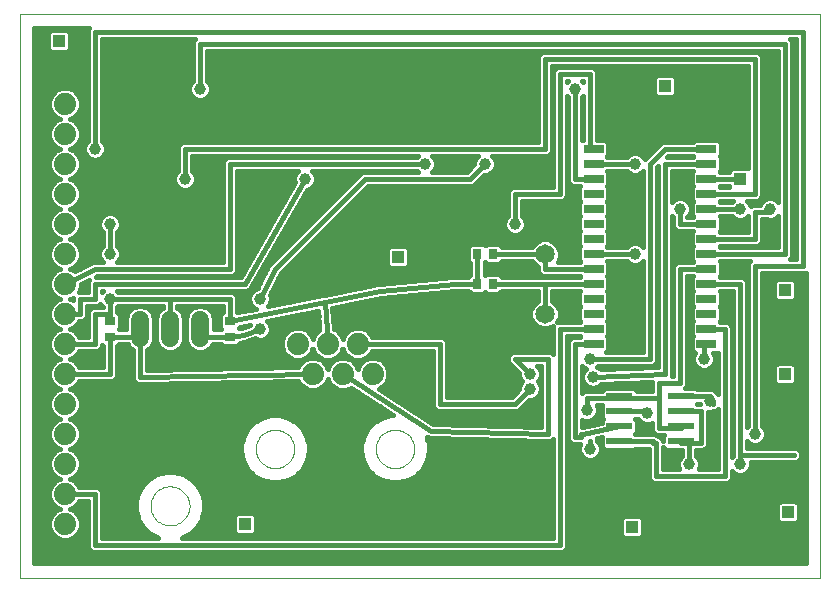
<source format=gtl>
G75*
G70*
%OFA0B0*%
%FSLAX24Y24*%
%IPPOS*%
%LPD*%
%AMOC8*
5,1,8,0,0,1.08239X$1,22.5*
%
%ADD10C,0.0000*%
%ADD11R,0.0669X0.0256*%
%ADD12C,0.0600*%
%ADD13C,0.0650*%
%ADD14R,0.0866X0.0236*%
%ADD15C,0.0740*%
%ADD16R,0.0276X0.0354*%
%ADD17R,0.0354X0.0276*%
%ADD18C,0.0160*%
%ADD19C,0.0396*%
%ADD20R,0.0396X0.0396*%
D10*
X000180Y000180D02*
X000180Y018976D01*
X026850Y018976D01*
X026850Y000180D01*
X000180Y000180D01*
X004530Y002580D02*
X004532Y002630D01*
X004538Y002680D01*
X004548Y002730D01*
X004561Y002778D01*
X004578Y002826D01*
X004599Y002872D01*
X004623Y002916D01*
X004651Y002958D01*
X004682Y002998D01*
X004716Y003035D01*
X004753Y003070D01*
X004792Y003101D01*
X004833Y003130D01*
X004877Y003155D01*
X004923Y003177D01*
X004970Y003195D01*
X005018Y003209D01*
X005067Y003220D01*
X005117Y003227D01*
X005167Y003230D01*
X005218Y003229D01*
X005268Y003224D01*
X005318Y003215D01*
X005366Y003203D01*
X005414Y003186D01*
X005460Y003166D01*
X005505Y003143D01*
X005548Y003116D01*
X005588Y003086D01*
X005626Y003053D01*
X005661Y003017D01*
X005694Y002978D01*
X005723Y002937D01*
X005749Y002894D01*
X005772Y002849D01*
X005791Y002802D01*
X005806Y002754D01*
X005818Y002705D01*
X005826Y002655D01*
X005830Y002605D01*
X005830Y002555D01*
X005826Y002505D01*
X005818Y002455D01*
X005806Y002406D01*
X005791Y002358D01*
X005772Y002311D01*
X005749Y002266D01*
X005723Y002223D01*
X005694Y002182D01*
X005661Y002143D01*
X005626Y002107D01*
X005588Y002074D01*
X005548Y002044D01*
X005505Y002017D01*
X005460Y001994D01*
X005414Y001974D01*
X005366Y001957D01*
X005318Y001945D01*
X005268Y001936D01*
X005218Y001931D01*
X005167Y001930D01*
X005117Y001933D01*
X005067Y001940D01*
X005018Y001951D01*
X004970Y001965D01*
X004923Y001983D01*
X004877Y002005D01*
X004833Y002030D01*
X004792Y002059D01*
X004753Y002090D01*
X004716Y002125D01*
X004682Y002162D01*
X004651Y002202D01*
X004623Y002244D01*
X004599Y002288D01*
X004578Y002334D01*
X004561Y002382D01*
X004548Y002430D01*
X004538Y002480D01*
X004532Y002530D01*
X004530Y002580D01*
X008040Y004480D02*
X008042Y004530D01*
X008048Y004580D01*
X008058Y004629D01*
X008071Y004678D01*
X008089Y004725D01*
X008110Y004771D01*
X008134Y004814D01*
X008162Y004856D01*
X008193Y004896D01*
X008227Y004933D01*
X008264Y004967D01*
X008304Y004998D01*
X008346Y005026D01*
X008389Y005050D01*
X008435Y005071D01*
X008482Y005089D01*
X008531Y005102D01*
X008580Y005112D01*
X008630Y005118D01*
X008680Y005120D01*
X008730Y005118D01*
X008780Y005112D01*
X008829Y005102D01*
X008878Y005089D01*
X008925Y005071D01*
X008971Y005050D01*
X009014Y005026D01*
X009056Y004998D01*
X009096Y004967D01*
X009133Y004933D01*
X009167Y004896D01*
X009198Y004856D01*
X009226Y004814D01*
X009250Y004771D01*
X009271Y004725D01*
X009289Y004678D01*
X009302Y004629D01*
X009312Y004580D01*
X009318Y004530D01*
X009320Y004480D01*
X009318Y004430D01*
X009312Y004380D01*
X009302Y004331D01*
X009289Y004282D01*
X009271Y004235D01*
X009250Y004189D01*
X009226Y004146D01*
X009198Y004104D01*
X009167Y004064D01*
X009133Y004027D01*
X009096Y003993D01*
X009056Y003962D01*
X009014Y003934D01*
X008971Y003910D01*
X008925Y003889D01*
X008878Y003871D01*
X008829Y003858D01*
X008780Y003848D01*
X008730Y003842D01*
X008680Y003840D01*
X008630Y003842D01*
X008580Y003848D01*
X008531Y003858D01*
X008482Y003871D01*
X008435Y003889D01*
X008389Y003910D01*
X008346Y003934D01*
X008304Y003962D01*
X008264Y003993D01*
X008227Y004027D01*
X008193Y004064D01*
X008162Y004104D01*
X008134Y004146D01*
X008110Y004189D01*
X008089Y004235D01*
X008071Y004282D01*
X008058Y004331D01*
X008048Y004380D01*
X008042Y004430D01*
X008040Y004480D01*
X012040Y004480D02*
X012042Y004530D01*
X012048Y004580D01*
X012058Y004629D01*
X012071Y004678D01*
X012089Y004725D01*
X012110Y004771D01*
X012134Y004814D01*
X012162Y004856D01*
X012193Y004896D01*
X012227Y004933D01*
X012264Y004967D01*
X012304Y004998D01*
X012346Y005026D01*
X012389Y005050D01*
X012435Y005071D01*
X012482Y005089D01*
X012531Y005102D01*
X012580Y005112D01*
X012630Y005118D01*
X012680Y005120D01*
X012730Y005118D01*
X012780Y005112D01*
X012829Y005102D01*
X012878Y005089D01*
X012925Y005071D01*
X012971Y005050D01*
X013014Y005026D01*
X013056Y004998D01*
X013096Y004967D01*
X013133Y004933D01*
X013167Y004896D01*
X013198Y004856D01*
X013226Y004814D01*
X013250Y004771D01*
X013271Y004725D01*
X013289Y004678D01*
X013302Y004629D01*
X013312Y004580D01*
X013318Y004530D01*
X013320Y004480D01*
X013318Y004430D01*
X013312Y004380D01*
X013302Y004331D01*
X013289Y004282D01*
X013271Y004235D01*
X013250Y004189D01*
X013226Y004146D01*
X013198Y004104D01*
X013167Y004064D01*
X013133Y004027D01*
X013096Y003993D01*
X013056Y003962D01*
X013014Y003934D01*
X012971Y003910D01*
X012925Y003889D01*
X012878Y003871D01*
X012829Y003858D01*
X012780Y003848D01*
X012730Y003842D01*
X012680Y003840D01*
X012630Y003842D01*
X012580Y003848D01*
X012531Y003858D01*
X012482Y003871D01*
X012435Y003889D01*
X012389Y003910D01*
X012346Y003934D01*
X012304Y003962D01*
X012264Y003993D01*
X012227Y004027D01*
X012193Y004064D01*
X012162Y004104D01*
X012134Y004146D01*
X012110Y004189D01*
X012089Y004235D01*
X012071Y004282D01*
X012058Y004331D01*
X012048Y004380D01*
X012042Y004430D01*
X012040Y004480D01*
D11*
X019298Y007980D03*
X019298Y008480D03*
X019298Y008980D03*
X019298Y009480D03*
X019298Y009980D03*
X019298Y010480D03*
X019298Y010980D03*
X019298Y011480D03*
X019298Y011980D03*
X019298Y012480D03*
X019298Y012980D03*
X019298Y013480D03*
X019298Y013980D03*
X019298Y014480D03*
X023062Y014480D03*
X023062Y013980D03*
X023062Y013480D03*
X023062Y012980D03*
X023062Y012480D03*
X023062Y011980D03*
X023062Y011480D03*
X023062Y010980D03*
X023062Y010480D03*
X023062Y009980D03*
X023062Y009480D03*
X023062Y008980D03*
X023062Y008480D03*
X023062Y007980D03*
D12*
X006180Y008180D02*
X006180Y008780D01*
X005180Y008780D02*
X005180Y008180D01*
X004180Y008180D02*
X004180Y008780D01*
D13*
X017680Y008980D03*
X017680Y010980D03*
D14*
X020156Y006230D03*
X020156Y005730D03*
X020156Y005230D03*
X020156Y004730D03*
X022204Y004730D03*
X022204Y005230D03*
X022204Y005730D03*
X022204Y006230D03*
D15*
X011930Y006980D03*
X010930Y006980D03*
X009930Y006980D03*
X009430Y007980D03*
X010430Y007980D03*
X011430Y007980D03*
X001680Y007980D03*
X001680Y006980D03*
X001680Y005980D03*
X001680Y004980D03*
X001680Y003980D03*
X001680Y002980D03*
X001680Y001980D03*
X001680Y008980D03*
X001680Y009980D03*
X001680Y010980D03*
X001680Y011980D03*
X001680Y012980D03*
X001680Y013980D03*
X001680Y014980D03*
X001680Y015980D03*
D16*
X015424Y010980D03*
X015936Y010980D03*
X015936Y009980D03*
X015424Y009980D03*
D17*
X007180Y008736D03*
X007180Y008224D03*
X003180Y008224D03*
X003180Y008736D03*
D18*
X003180Y008980D01*
X003180Y009480D01*
X005180Y009480D01*
X007180Y009480D01*
X007180Y008736D01*
X010342Y009368D01*
X010430Y007980D01*
X010640Y008467D02*
X010730Y008429D01*
X010879Y008280D01*
X010930Y008158D01*
X010981Y008280D01*
X011130Y008429D01*
X011325Y008510D01*
X011535Y008510D01*
X011730Y008429D01*
X011879Y008280D01*
X011904Y008220D01*
X014228Y008220D01*
X014316Y008183D01*
X014383Y008116D01*
X014420Y008028D01*
X014420Y006220D01*
X016581Y006220D01*
X016822Y006461D01*
X016822Y006551D01*
X016876Y006683D01*
X016924Y006730D01*
X016876Y006777D01*
X016822Y006909D01*
X016822Y006999D01*
X016544Y007277D01*
X016477Y007344D01*
X016440Y007432D01*
X016440Y007528D01*
X016477Y007616D01*
X016544Y007683D01*
X016632Y007720D01*
X017828Y007720D01*
X017916Y007683D01*
X017940Y007659D01*
X017940Y008528D01*
X017959Y008573D01*
X017955Y008569D01*
X017776Y008495D01*
X017584Y008495D01*
X017405Y008569D01*
X017269Y008705D01*
X017195Y008884D01*
X017195Y009076D01*
X017269Y009255D01*
X017405Y009391D01*
X017440Y009406D01*
X017440Y009740D01*
X016234Y009740D01*
X016234Y009737D01*
X016140Y009643D01*
X015732Y009643D01*
X015680Y009695D01*
X015628Y009643D01*
X015220Y009643D01*
X015126Y009737D01*
X015126Y009740D01*
X014692Y009740D01*
X012215Y009498D01*
X010595Y009174D01*
X010640Y008467D01*
X010730Y008430D02*
X011130Y008430D01*
X010977Y008271D02*
X010883Y008271D01*
X010632Y008588D02*
X017386Y008588D01*
X017252Y008747D02*
X010622Y008747D01*
X010612Y008905D02*
X017195Y008905D01*
X017195Y009064D02*
X010602Y009064D01*
X010834Y009222D02*
X017255Y009222D01*
X017395Y009381D02*
X011627Y009381D01*
X011557Y009856D02*
X008636Y009856D01*
X008557Y009698D02*
X010764Y009698D01*
X010342Y009613D02*
X010342Y009613D01*
X010311Y009607D01*
X010280Y009605D01*
X010265Y009598D01*
X008439Y009232D01*
X008484Y009277D01*
X008538Y009409D01*
X008538Y009551D01*
X008514Y009610D01*
X008877Y010338D01*
X011779Y013240D01*
X015228Y013240D01*
X015316Y013277D01*
X015383Y013344D01*
X015661Y013622D01*
X015751Y013622D01*
X015883Y013676D01*
X015984Y013777D01*
X016038Y013909D01*
X016038Y014051D01*
X015984Y014183D01*
X015926Y014240D01*
X017728Y014240D01*
X017816Y014277D01*
X017883Y014344D01*
X017920Y014432D01*
X017920Y017240D01*
X024440Y017240D01*
X024440Y013838D01*
X023916Y013838D01*
X023822Y013744D01*
X023822Y013720D01*
X023511Y013720D01*
X023501Y013730D01*
X023557Y013786D01*
X023557Y014174D01*
X023501Y014230D01*
X023557Y014286D01*
X023557Y014674D01*
X023463Y014768D01*
X022661Y014768D01*
X022613Y014720D01*
X021632Y014720D01*
X021544Y014683D01*
X021044Y014183D01*
X021001Y014141D01*
X020984Y014183D01*
X020883Y014284D01*
X020751Y014338D01*
X020609Y014338D01*
X020477Y014284D01*
X020414Y014220D01*
X019747Y014220D01*
X019737Y014230D01*
X019793Y014286D01*
X019793Y014674D01*
X019699Y014768D01*
X019420Y014768D01*
X019420Y017028D01*
X019383Y017116D01*
X019316Y017183D01*
X019228Y017220D01*
X018132Y017220D01*
X018044Y017183D01*
X017977Y017116D01*
X017940Y017028D01*
X017940Y013220D01*
X016632Y013220D01*
X016544Y013183D01*
X016477Y013116D01*
X016440Y013028D01*
X016440Y012246D01*
X016376Y012183D01*
X016322Y012051D01*
X016322Y011909D01*
X016376Y011777D01*
X016477Y011676D01*
X016609Y011622D01*
X016751Y011622D01*
X016883Y011676D01*
X016984Y011777D01*
X017038Y011909D01*
X017038Y012051D01*
X016984Y012183D01*
X016920Y012246D01*
X016920Y012740D01*
X018228Y012740D01*
X018316Y012777D01*
X018383Y012844D01*
X018420Y012932D01*
X018420Y016234D01*
X018440Y016214D01*
X018440Y013432D01*
X018477Y013344D01*
X018544Y013277D01*
X018632Y013240D01*
X018849Y013240D01*
X018859Y013230D01*
X018803Y013174D01*
X018803Y012786D01*
X018859Y012730D01*
X018803Y012674D01*
X018803Y012286D01*
X018859Y012230D01*
X018803Y012174D01*
X018803Y011786D01*
X018859Y011730D01*
X018803Y011674D01*
X018803Y011286D01*
X018859Y011230D01*
X018803Y011174D01*
X018803Y010786D01*
X018859Y010730D01*
X018849Y010720D01*
X018097Y010720D01*
X018165Y010884D01*
X018165Y011076D01*
X018091Y011255D01*
X017955Y011391D01*
X017776Y011465D01*
X017584Y011465D01*
X017405Y011391D01*
X017269Y011255D01*
X017254Y011220D01*
X016234Y011220D01*
X016234Y011223D01*
X016140Y011317D01*
X015732Y011317D01*
X015680Y011265D01*
X015628Y011317D01*
X015220Y011317D01*
X015126Y011223D01*
X015126Y010737D01*
X015184Y010679D01*
X015184Y010281D01*
X015126Y010223D01*
X015126Y010220D01*
X014716Y010220D01*
X014704Y010224D01*
X014668Y010220D01*
X014632Y010220D01*
X014621Y010215D01*
X012192Y009978D01*
X012180Y009981D01*
X012145Y009974D01*
X012109Y009970D01*
X012098Y009964D01*
X010342Y009613D01*
X010342Y009368D02*
X012180Y009736D01*
X014680Y009980D01*
X015424Y009980D01*
X015424Y010980D01*
X015126Y010966D02*
X013138Y010966D01*
X013138Y011124D02*
X015126Y011124D01*
X015185Y011283D02*
X009822Y011283D01*
X009980Y011441D02*
X017526Y011441D01*
X017297Y011283D02*
X016175Y011283D01*
X015936Y010980D02*
X017680Y010980D01*
X017680Y010480D01*
X019298Y010480D01*
X019737Y010230D02*
X019793Y010286D01*
X019793Y010674D01*
X019737Y010730D01*
X019747Y010740D01*
X020414Y010740D01*
X020477Y010676D01*
X020609Y010622D01*
X020751Y010622D01*
X020883Y010676D01*
X020940Y010734D01*
X020940Y007720D01*
X019727Y007720D01*
X019793Y007786D01*
X019793Y008174D01*
X019737Y008230D01*
X019793Y008286D01*
X019793Y008674D01*
X019737Y008730D01*
X019793Y008786D01*
X019793Y009174D01*
X019737Y009230D01*
X019793Y009286D01*
X019793Y009674D01*
X019737Y009730D01*
X019793Y009786D01*
X019793Y010174D01*
X019737Y010230D01*
X019793Y010173D02*
X020940Y010173D01*
X020940Y010015D02*
X019793Y010015D01*
X019793Y009856D02*
X020940Y009856D01*
X020940Y009698D02*
X019769Y009698D01*
X019793Y009539D02*
X020940Y009539D01*
X020940Y009381D02*
X019793Y009381D01*
X019745Y009222D02*
X020940Y009222D01*
X020940Y009064D02*
X019793Y009064D01*
X019793Y008905D02*
X020940Y008905D01*
X020940Y008747D02*
X019753Y008747D01*
X019793Y008588D02*
X020940Y008588D01*
X020940Y008430D02*
X019793Y008430D01*
X019778Y008271D02*
X020940Y008271D01*
X020940Y008113D02*
X019793Y008113D01*
X019793Y007954D02*
X020940Y007954D01*
X020940Y007796D02*
X019793Y007796D01*
X019298Y007980D02*
X018680Y007980D01*
X018680Y004880D01*
X018880Y004880D01*
X018880Y004980D01*
X018956Y004980D01*
X020156Y005230D01*
X020156Y005730D02*
X021080Y005730D01*
X021080Y005680D01*
X020836Y005418D02*
X020746Y005418D01*
X020749Y005414D02*
X020684Y005480D01*
X020694Y005490D01*
X020771Y005490D01*
X020776Y005477D01*
X020877Y005376D01*
X021009Y005322D01*
X021151Y005322D01*
X021240Y005359D01*
X021240Y005132D01*
X021277Y005044D01*
X021344Y004977D01*
X021432Y004940D01*
X021636Y004940D01*
X021611Y004914D01*
X021611Y004751D01*
X021583Y004816D01*
X021516Y004883D01*
X021431Y004919D01*
X021416Y004933D01*
X021328Y004970D01*
X020694Y004970D01*
X020684Y004980D01*
X020749Y005046D01*
X020749Y005414D01*
X020749Y005260D02*
X021240Y005260D01*
X021253Y005101D02*
X020749Y005101D01*
X021280Y004730D02*
X020156Y004730D01*
X019657Y004452D02*
X020656Y004452D01*
X020694Y004490D01*
X021131Y004490D01*
X021140Y004481D01*
X021140Y003532D01*
X021177Y003444D01*
X021244Y003377D01*
X021332Y003340D01*
X023728Y003340D01*
X023816Y003377D01*
X023883Y003444D01*
X023920Y003532D01*
X023920Y003734D01*
X023977Y003676D01*
X024109Y003622D01*
X024251Y003622D01*
X024383Y003676D01*
X024484Y003777D01*
X024538Y003909D01*
X024538Y004040D01*
X026028Y004040D01*
X026116Y004077D01*
X026183Y004144D01*
X026220Y004232D01*
X026220Y004328D01*
X026183Y004416D01*
X026116Y004483D01*
X026028Y004520D01*
X024420Y004520D01*
X024420Y004734D01*
X024477Y004676D01*
X024609Y004622D01*
X024751Y004622D01*
X024883Y004676D01*
X024984Y004777D01*
X025038Y004909D01*
X025038Y005051D01*
X024984Y005183D01*
X024920Y005246D01*
X024920Y010340D01*
X026328Y010340D01*
X026370Y010358D01*
X026370Y000660D01*
X000660Y000660D01*
X000660Y018496D01*
X002468Y018496D01*
X002440Y018428D01*
X002440Y014746D01*
X002376Y014683D01*
X002322Y014551D01*
X002322Y014409D01*
X002376Y014277D01*
X002477Y014176D01*
X002609Y014122D01*
X002751Y014122D01*
X002883Y014176D01*
X002984Y014277D01*
X003038Y014409D01*
X003038Y014551D01*
X002984Y014683D01*
X002920Y014746D01*
X002920Y018140D01*
X006001Y018140D01*
X005977Y018116D01*
X005940Y018028D01*
X005940Y016746D01*
X005876Y016683D01*
X005822Y016551D01*
X005822Y016409D01*
X005876Y016277D01*
X005977Y016176D01*
X006109Y016122D01*
X006251Y016122D01*
X006383Y016176D01*
X006484Y016277D01*
X006538Y016409D01*
X006538Y016551D01*
X006484Y016683D01*
X006420Y016746D01*
X006420Y017740D01*
X025440Y017740D01*
X025440Y012726D01*
X025383Y012784D01*
X025251Y012838D01*
X025109Y012838D01*
X024977Y012784D01*
X024876Y012683D01*
X024850Y012620D01*
X024632Y012620D01*
X024544Y012583D01*
X024530Y012570D01*
X024484Y012683D01*
X024426Y012740D01*
X024728Y012740D01*
X024816Y012777D01*
X024883Y012844D01*
X024920Y012932D01*
X024920Y017528D01*
X024883Y017616D01*
X024816Y017683D01*
X024728Y017720D01*
X024632Y017720D01*
X017632Y017720D01*
X017544Y017683D01*
X017477Y017616D01*
X017440Y017528D01*
X017440Y014720D01*
X005632Y014720D01*
X005544Y014683D01*
X005477Y014616D01*
X005440Y014528D01*
X005440Y013746D01*
X005376Y013683D01*
X005322Y013551D01*
X005322Y013409D01*
X005376Y013277D01*
X005477Y013176D01*
X005609Y013122D01*
X005751Y013122D01*
X005883Y013176D01*
X005984Y013277D01*
X006038Y013409D01*
X006038Y013551D01*
X005984Y013683D01*
X005920Y013746D01*
X005920Y014240D01*
X013434Y014240D01*
X013414Y014220D01*
X007132Y014220D01*
X007044Y014183D01*
X006977Y014116D01*
X006940Y014028D01*
X006940Y010720D01*
X003426Y010720D01*
X003484Y010777D01*
X003538Y010909D01*
X003538Y011051D01*
X003484Y011183D01*
X003420Y011246D01*
X003420Y011714D01*
X003484Y011777D01*
X003538Y011909D01*
X003538Y012051D01*
X003484Y012183D01*
X003383Y012284D01*
X003251Y012338D01*
X003109Y012338D01*
X002977Y012284D01*
X002876Y012183D01*
X002822Y012051D01*
X002822Y011909D01*
X002876Y011777D01*
X002940Y011714D01*
X002940Y011246D01*
X002876Y011183D01*
X002822Y011051D01*
X002822Y010909D01*
X002876Y010777D01*
X002934Y010720D01*
X002719Y010720D01*
X002711Y010723D01*
X002671Y010720D01*
X002632Y010720D01*
X002624Y010717D01*
X002615Y010716D01*
X002580Y010698D01*
X002544Y010683D01*
X002538Y010677D01*
X002001Y010409D01*
X001980Y010429D01*
X001858Y010480D01*
X001980Y010531D01*
X002129Y010680D01*
X002210Y010875D01*
X002210Y011085D01*
X002129Y011280D01*
X001980Y011429D01*
X001858Y011480D01*
X001980Y011531D01*
X002129Y011680D01*
X002210Y011875D01*
X002210Y012085D01*
X002129Y012280D01*
X001980Y012429D01*
X001858Y012480D01*
X001980Y012531D01*
X002129Y012680D01*
X002210Y012875D01*
X002210Y013085D01*
X002129Y013280D01*
X001980Y013429D01*
X001858Y013480D01*
X001980Y013531D01*
X002129Y013680D01*
X002210Y013875D01*
X002210Y014085D01*
X002129Y014280D01*
X001980Y014429D01*
X001858Y014480D01*
X001980Y014531D01*
X002129Y014680D01*
X002210Y014875D01*
X002210Y015085D01*
X002129Y015280D01*
X001980Y015429D01*
X001858Y015480D01*
X001980Y015531D01*
X002129Y015680D01*
X002210Y015875D01*
X002210Y016085D01*
X002129Y016280D01*
X001980Y016429D01*
X001785Y016510D01*
X001575Y016510D01*
X001380Y016429D01*
X001231Y016280D01*
X001150Y016085D01*
X001150Y015875D01*
X001231Y015680D01*
X001380Y015531D01*
X001502Y015480D01*
X001380Y015429D01*
X001231Y015280D01*
X001150Y015085D01*
X001150Y014875D01*
X001231Y014680D01*
X001380Y014531D01*
X001502Y014480D01*
X001380Y014429D01*
X001231Y014280D01*
X001150Y014085D01*
X001150Y013875D01*
X001231Y013680D01*
X001380Y013531D01*
X001502Y013480D01*
X001380Y013429D01*
X001231Y013280D01*
X001150Y013085D01*
X001150Y012875D01*
X001231Y012680D01*
X001380Y012531D01*
X001502Y012480D01*
X001380Y012429D01*
X001231Y012280D01*
X001150Y012085D01*
X001150Y011875D01*
X001231Y011680D01*
X001380Y011531D01*
X001502Y011480D01*
X001380Y011429D01*
X001231Y011280D01*
X001150Y011085D01*
X001150Y010875D01*
X001231Y010680D01*
X001380Y010531D01*
X001502Y010480D01*
X001380Y010429D01*
X001231Y010280D01*
X001150Y010085D01*
X001150Y009875D01*
X001231Y009680D01*
X001380Y009531D01*
X001502Y009480D01*
X001380Y009429D01*
X001231Y009280D01*
X001150Y009085D01*
X001150Y008875D01*
X001231Y008680D01*
X001380Y008531D01*
X001502Y008480D01*
X001380Y008429D01*
X001231Y008280D01*
X001150Y008085D01*
X001150Y007875D01*
X001231Y007680D01*
X001380Y007531D01*
X001502Y007480D01*
X001380Y007429D01*
X001231Y007280D01*
X001150Y007085D01*
X001150Y006875D01*
X001231Y006680D01*
X001380Y006531D01*
X001502Y006480D01*
X001380Y006429D01*
X001231Y006280D01*
X001150Y006085D01*
X001150Y005875D01*
X001231Y005680D01*
X001380Y005531D01*
X001502Y005480D01*
X001380Y005429D01*
X001231Y005280D01*
X001150Y005085D01*
X001150Y004875D01*
X001231Y004680D01*
X001380Y004531D01*
X001502Y004480D01*
X001380Y004429D01*
X001231Y004280D01*
X001150Y004085D01*
X001150Y003875D01*
X001231Y003680D01*
X001380Y003531D01*
X001502Y003480D01*
X001380Y003429D01*
X001231Y003280D01*
X001150Y003085D01*
X001150Y002875D01*
X001231Y002680D01*
X001380Y002531D01*
X001502Y002480D01*
X001380Y002429D01*
X001231Y002280D01*
X001150Y002085D01*
X001150Y001875D01*
X001231Y001680D01*
X001380Y001531D01*
X001575Y001450D01*
X001785Y001450D01*
X001980Y001531D01*
X002129Y001680D01*
X002210Y001875D01*
X002210Y002085D01*
X002129Y002280D01*
X001980Y002429D01*
X001858Y002480D01*
X001980Y002531D01*
X002129Y002680D01*
X002154Y002740D01*
X002440Y002740D01*
X002440Y001232D01*
X002477Y001144D01*
X002544Y001077D01*
X002632Y001040D01*
X018228Y001040D01*
X018316Y001077D01*
X018383Y001144D01*
X018420Y001232D01*
X018420Y008240D01*
X018849Y008240D01*
X018859Y008230D01*
X018849Y008220D01*
X018632Y008220D01*
X018544Y008183D01*
X018477Y008116D01*
X018440Y008028D01*
X018440Y004832D01*
X018477Y004744D01*
X018544Y004677D01*
X018632Y004640D01*
X018859Y004640D01*
X018822Y004551D01*
X018822Y004409D01*
X018876Y004277D01*
X018977Y004176D01*
X019109Y004122D01*
X019251Y004122D01*
X019383Y004176D01*
X019484Y004277D01*
X019538Y004409D01*
X019538Y004551D01*
X019484Y004683D01*
X019420Y004746D01*
X019420Y004778D01*
X019400Y004827D01*
X019563Y004861D01*
X019563Y004546D01*
X019657Y004452D01*
X019642Y004467D02*
X019538Y004467D01*
X019563Y004626D02*
X019507Y004626D01*
X019563Y004784D02*
X019417Y004784D01*
X019180Y004730D02*
X019180Y004480D01*
X018853Y004626D02*
X018420Y004626D01*
X018420Y004784D02*
X018460Y004784D01*
X018440Y004943D02*
X018420Y004943D01*
X018420Y005101D02*
X018440Y005101D01*
X018440Y005260D02*
X018420Y005260D01*
X018420Y005418D02*
X018440Y005418D01*
X018440Y005577D02*
X018420Y005577D01*
X018420Y005735D02*
X018440Y005735D01*
X018440Y005894D02*
X018420Y005894D01*
X018420Y006052D02*
X018440Y006052D01*
X018440Y006211D02*
X018420Y006211D01*
X018420Y006369D02*
X018440Y006369D01*
X018440Y006528D02*
X018420Y006528D01*
X018420Y006686D02*
X018440Y006686D01*
X018440Y006845D02*
X018420Y006845D01*
X018420Y007003D02*
X018440Y007003D01*
X018440Y007162D02*
X018420Y007162D01*
X018420Y007320D02*
X018440Y007320D01*
X018440Y007479D02*
X018420Y007479D01*
X018420Y007637D02*
X018440Y007637D01*
X018440Y007796D02*
X018420Y007796D01*
X018420Y007954D02*
X018440Y007954D01*
X018420Y008113D02*
X018475Y008113D01*
X018180Y008480D02*
X019298Y008480D01*
X018859Y008730D02*
X018849Y008720D01*
X018132Y008720D01*
X018087Y008701D01*
X018091Y008705D01*
X018165Y008884D01*
X018165Y009076D01*
X018091Y009255D01*
X017955Y009391D01*
X017920Y009406D01*
X017920Y009740D01*
X018849Y009740D01*
X018859Y009730D01*
X018803Y009674D01*
X018803Y009286D01*
X018859Y009230D01*
X018803Y009174D01*
X018803Y008786D01*
X018859Y008730D01*
X018843Y008747D02*
X018108Y008747D01*
X018165Y008905D02*
X018803Y008905D01*
X018803Y009064D02*
X018165Y009064D01*
X018105Y009222D02*
X018851Y009222D01*
X018803Y009381D02*
X017965Y009381D01*
X017920Y009539D02*
X018803Y009539D01*
X018827Y009698D02*
X017920Y009698D01*
X017680Y009980D02*
X019298Y009980D01*
X018859Y010230D02*
X018849Y010220D01*
X016234Y010220D01*
X016234Y010223D01*
X016140Y010317D01*
X015732Y010317D01*
X015680Y010265D01*
X015664Y010281D01*
X015664Y010679D01*
X015680Y010695D01*
X015732Y010643D01*
X016140Y010643D01*
X016234Y010737D01*
X016234Y010740D01*
X017254Y010740D01*
X017269Y010705D01*
X017405Y010569D01*
X017440Y010554D01*
X017440Y010432D01*
X017477Y010344D01*
X017544Y010277D01*
X017632Y010240D01*
X018849Y010240D01*
X018859Y010230D01*
X018803Y010807D02*
X018133Y010807D01*
X018165Y010966D02*
X018803Y010966D01*
X018803Y011124D02*
X018145Y011124D01*
X018063Y011283D02*
X018807Y011283D01*
X018803Y011441D02*
X017834Y011441D01*
X016964Y011758D02*
X018831Y011758D01*
X018803Y011600D02*
X010139Y011600D01*
X010297Y011758D02*
X016396Y011758D01*
X016322Y011917D02*
X010456Y011917D01*
X010614Y012075D02*
X016332Y012075D01*
X016427Y012234D02*
X010773Y012234D01*
X010931Y012392D02*
X016440Y012392D01*
X016440Y012551D02*
X011090Y012551D01*
X011248Y012709D02*
X016440Y012709D01*
X016440Y012868D02*
X011407Y012868D01*
X011565Y013026D02*
X016440Y013026D01*
X016547Y013185D02*
X011724Y013185D01*
X011680Y013480D02*
X008680Y010480D01*
X008180Y009480D01*
X007932Y009222D02*
X007420Y009222D01*
X007420Y009064D02*
X007594Y009064D01*
X007427Y009030D02*
X007423Y009034D01*
X007420Y009034D01*
X007420Y009528D01*
X007383Y009616D01*
X007316Y009683D01*
X007228Y009720D01*
X003446Y009720D01*
X003426Y009740D01*
X007665Y009740D01*
X007697Y009736D01*
X007712Y009740D01*
X007728Y009740D01*
X007758Y009752D01*
X007789Y009761D01*
X007802Y009771D01*
X007816Y009777D01*
X007839Y009800D01*
X007865Y009819D01*
X007872Y009833D01*
X007883Y009844D01*
X007896Y009874D01*
X009752Y013122D01*
X009883Y013176D01*
X009984Y013277D01*
X010038Y013409D01*
X010038Y013551D01*
X009984Y013683D01*
X009926Y013740D01*
X013414Y013740D01*
X013434Y013720D01*
X011632Y013720D01*
X011544Y013683D01*
X008516Y010656D01*
X008487Y010630D01*
X008483Y010622D01*
X008477Y010616D01*
X008462Y010580D01*
X008086Y009829D01*
X007977Y009784D01*
X007876Y009683D01*
X007822Y009551D01*
X007822Y009409D01*
X007876Y009277D01*
X007977Y009176D01*
X008036Y009152D01*
X007427Y009030D01*
X007420Y009381D02*
X007834Y009381D01*
X007822Y009539D02*
X007415Y009539D01*
X007282Y009698D02*
X007891Y009698D01*
X007888Y009856D02*
X008100Y009856D01*
X008179Y010015D02*
X007976Y010015D01*
X008067Y010173D02*
X008258Y010173D01*
X008337Y010332D02*
X008157Y010332D01*
X008248Y010490D02*
X008417Y010490D01*
X008338Y010649D02*
X008508Y010649D01*
X008429Y010807D02*
X008668Y010807D01*
X008520Y010966D02*
X008826Y010966D01*
X008985Y011124D02*
X008610Y011124D01*
X008701Y011283D02*
X009143Y011283D01*
X009302Y011441D02*
X008791Y011441D01*
X008882Y011600D02*
X009460Y011600D01*
X009619Y011758D02*
X008972Y011758D01*
X009063Y011917D02*
X009777Y011917D01*
X009936Y012075D02*
X009154Y012075D01*
X009244Y012234D02*
X010094Y012234D01*
X010253Y012392D02*
X009335Y012392D01*
X009425Y012551D02*
X010411Y012551D01*
X010570Y012709D02*
X009516Y012709D01*
X009606Y012868D02*
X010728Y012868D01*
X010887Y013026D02*
X009697Y013026D01*
X009891Y013185D02*
X011045Y013185D01*
X011204Y013343D02*
X010011Y013343D01*
X010038Y013502D02*
X011362Y013502D01*
X011521Y013660D02*
X009993Y013660D01*
X009680Y013480D02*
X007680Y009980D01*
X002680Y009980D01*
X002680Y009480D01*
X002180Y009480D01*
X002180Y008980D01*
X001680Y008980D01*
X002154Y008740D02*
X002228Y008740D01*
X002316Y008777D01*
X002383Y008844D01*
X002420Y008932D01*
X002420Y009240D01*
X002728Y009240D01*
X002816Y009277D01*
X002859Y009319D01*
X002876Y009277D01*
X002934Y009220D01*
X002632Y009220D01*
X002544Y009183D01*
X002477Y009116D01*
X002440Y009028D01*
X002440Y008220D01*
X002154Y008220D01*
X002129Y008280D01*
X001980Y008429D01*
X001858Y008480D01*
X001980Y008531D01*
X002129Y008680D01*
X002154Y008740D01*
X002243Y008747D02*
X002440Y008747D01*
X002440Y008905D02*
X002409Y008905D01*
X002420Y009064D02*
X002455Y009064D01*
X002420Y009222D02*
X002932Y009222D01*
X003180Y008980D02*
X002680Y008980D01*
X002680Y007980D01*
X001680Y007980D01*
X002154Y007740D02*
X002728Y007740D01*
X002816Y007777D01*
X002883Y007844D01*
X002920Y007932D01*
X002920Y007943D01*
X002937Y007926D01*
X002940Y007926D01*
X002940Y007220D01*
X002154Y007220D01*
X002129Y007280D01*
X001980Y007429D01*
X001858Y007480D01*
X001980Y007531D01*
X002129Y007680D01*
X002154Y007740D01*
X002087Y007637D02*
X002940Y007637D01*
X002940Y007479D02*
X001861Y007479D01*
X002090Y007320D02*
X002940Y007320D01*
X003180Y006980D02*
X003180Y008224D01*
X004180Y008224D01*
X004180Y006880D01*
X009930Y006980D01*
X009452Y007212D02*
X009481Y007280D01*
X009630Y007429D01*
X009825Y007510D01*
X010035Y007510D01*
X010230Y007429D01*
X010379Y007280D01*
X010430Y007158D01*
X010481Y007280D01*
X010630Y007429D01*
X010825Y007510D01*
X011035Y007510D01*
X011230Y007429D01*
X011379Y007280D01*
X011430Y007158D01*
X011481Y007280D01*
X011630Y007429D01*
X011825Y007510D01*
X012035Y007510D01*
X012230Y007429D01*
X012379Y007280D01*
X012460Y007085D01*
X012460Y006875D01*
X012379Y006680D01*
X012230Y006531D01*
X012133Y006491D01*
X013953Y005318D01*
X017540Y005226D01*
X017540Y007240D01*
X017426Y007240D01*
X017484Y007183D01*
X017538Y007051D01*
X017538Y006909D01*
X017484Y006777D01*
X017436Y006730D01*
X017484Y006683D01*
X017538Y006551D01*
X017538Y006409D01*
X017484Y006277D01*
X017383Y006176D01*
X017251Y006122D01*
X017161Y006122D01*
X016883Y005844D01*
X016816Y005777D01*
X016728Y005740D01*
X014132Y005740D01*
X014044Y005777D01*
X013977Y005844D01*
X013940Y005932D01*
X013940Y007740D01*
X011904Y007740D01*
X011879Y007680D01*
X011730Y007531D01*
X011535Y007450D01*
X011325Y007450D01*
X011130Y007531D01*
X010981Y007680D01*
X010930Y007802D01*
X010879Y007680D01*
X010730Y007531D01*
X010535Y007450D01*
X010325Y007450D01*
X010130Y007531D01*
X009981Y007680D01*
X009930Y007802D01*
X009879Y007680D01*
X009730Y007531D01*
X009535Y007450D01*
X009325Y007450D01*
X009130Y007531D01*
X008981Y007680D01*
X008900Y007875D01*
X008900Y008085D01*
X008981Y008280D01*
X009130Y008429D01*
X009325Y008510D01*
X009535Y008510D01*
X009730Y008429D01*
X009879Y008280D01*
X009930Y008158D01*
X009981Y008280D01*
X010130Y008429D01*
X010160Y008442D01*
X010120Y009079D01*
X008426Y008740D01*
X008484Y008683D01*
X008538Y008551D01*
X008538Y008409D01*
X008484Y008277D01*
X008383Y008176D01*
X008251Y008122D01*
X008109Y008122D01*
X008011Y008162D01*
X007737Y008061D01*
X007713Y008048D01*
X007693Y008045D01*
X007674Y008038D01*
X007646Y008039D01*
X007517Y008024D01*
X007517Y008020D01*
X007423Y007926D01*
X006937Y007926D01*
X006879Y007984D01*
X006597Y007984D01*
X006570Y007919D01*
X006441Y007790D01*
X006271Y007720D01*
X006088Y007720D01*
X005919Y007790D01*
X005790Y007919D01*
X005720Y008088D01*
X005720Y008871D01*
X005790Y009041D01*
X005919Y009170D01*
X006088Y009240D01*
X006271Y009240D01*
X006441Y009170D01*
X006570Y009041D01*
X006640Y008871D01*
X006640Y008464D01*
X006879Y008464D01*
X006895Y008480D01*
X006843Y008532D01*
X006843Y008940D01*
X006937Y009034D01*
X006940Y009034D01*
X006940Y009240D01*
X005420Y009240D01*
X005420Y009178D01*
X005441Y009170D01*
X005570Y009041D01*
X005640Y008871D01*
X005640Y008088D01*
X005570Y007919D01*
X005441Y007790D01*
X005271Y007720D01*
X005088Y007720D01*
X004919Y007790D01*
X004790Y007919D01*
X004720Y008088D01*
X004720Y008871D01*
X004790Y009041D01*
X004919Y009170D01*
X004940Y009178D01*
X004940Y009240D01*
X003446Y009240D01*
X003420Y009214D01*
X003420Y009034D01*
X003423Y009034D01*
X003517Y008940D01*
X003517Y008532D01*
X003465Y008480D01*
X003481Y008464D01*
X003720Y008464D01*
X003720Y008871D01*
X003790Y009041D01*
X003919Y009170D01*
X004088Y009240D01*
X004271Y009240D01*
X004441Y009170D01*
X004570Y009041D01*
X004640Y008871D01*
X004640Y008088D01*
X004570Y007919D01*
X004441Y007790D01*
X004420Y007782D01*
X004420Y007124D01*
X009452Y007212D01*
X009520Y007320D02*
X004420Y007320D01*
X004420Y007162D02*
X006565Y007162D01*
X006828Y006686D02*
X009478Y006686D01*
X009481Y006680D02*
X009459Y006732D01*
X004230Y006641D01*
X004228Y006640D01*
X004182Y006640D01*
X004136Y006639D01*
X004134Y006640D01*
X004132Y006640D01*
X004090Y006657D01*
X004048Y006674D01*
X004046Y006676D01*
X004044Y006677D01*
X004012Y006709D01*
X003979Y006741D01*
X003978Y006743D01*
X003977Y006744D01*
X003959Y006786D01*
X003941Y006828D01*
X003941Y006830D01*
X003940Y006832D01*
X003940Y006878D01*
X003939Y006924D01*
X003940Y006926D01*
X003940Y007782D01*
X003919Y007790D01*
X003790Y007919D01*
X003763Y007984D01*
X003481Y007984D01*
X003423Y007926D01*
X003420Y007926D01*
X003420Y006932D01*
X003383Y006844D01*
X003316Y006777D01*
X003228Y006740D01*
X002154Y006740D01*
X002129Y006680D01*
X001980Y006531D01*
X001858Y006480D01*
X001980Y006429D01*
X002129Y006280D01*
X002210Y006085D01*
X002210Y005875D01*
X002129Y005680D01*
X001980Y005531D01*
X001858Y005480D01*
X001980Y005429D01*
X002129Y005280D01*
X002210Y005085D01*
X002210Y004875D01*
X002129Y004680D01*
X001980Y004531D01*
X001858Y004480D01*
X001980Y004429D01*
X002129Y004280D01*
X002210Y004085D01*
X002210Y003875D01*
X002129Y003680D01*
X001980Y003531D01*
X001858Y003480D01*
X001980Y003429D01*
X002129Y003280D01*
X002154Y003220D01*
X002728Y003220D01*
X002816Y003183D01*
X002883Y003116D01*
X002920Y003028D01*
X002920Y001520D01*
X004770Y001520D01*
X004744Y001527D01*
X004486Y001676D01*
X004276Y001886D01*
X004127Y002144D01*
X004050Y002431D01*
X004050Y002729D01*
X004127Y003016D01*
X004276Y003274D01*
X004486Y003484D01*
X004744Y003633D01*
X005031Y003710D01*
X005329Y003710D01*
X005616Y003633D01*
X005874Y003484D01*
X006084Y003274D01*
X006233Y003016D01*
X006310Y002729D01*
X006310Y002431D01*
X006233Y002144D01*
X006084Y001886D01*
X005874Y001676D01*
X005616Y001527D01*
X005590Y001520D01*
X017940Y001520D01*
X017940Y004801D01*
X017916Y004777D01*
X017913Y004775D01*
X017911Y004773D01*
X017869Y004757D01*
X017828Y004740D01*
X017825Y004740D01*
X017822Y004739D01*
X017777Y004740D01*
X017732Y004740D01*
X017729Y004741D01*
X013903Y004839D01*
X013884Y004835D01*
X013855Y004841D01*
X013826Y004841D01*
X013809Y004849D01*
X013790Y004852D01*
X013766Y004868D01*
X013739Y004880D01*
X013730Y004890D01*
X013800Y004627D01*
X013800Y004333D01*
X013724Y004048D01*
X013576Y003792D01*
X013368Y003584D01*
X013112Y003436D01*
X012827Y003360D01*
X012533Y003360D01*
X012248Y003436D01*
X011992Y003584D01*
X011784Y003792D01*
X011636Y004048D01*
X011560Y004333D01*
X011560Y004627D01*
X011636Y004912D01*
X011784Y005168D01*
X011992Y005376D01*
X012248Y005524D01*
X012533Y005600D01*
X012629Y005600D01*
X011202Y006519D01*
X011035Y006450D01*
X010825Y006450D01*
X010630Y006531D01*
X010481Y006680D01*
X010430Y006802D01*
X010379Y006680D01*
X010230Y006531D01*
X010035Y006450D01*
X009825Y006450D01*
X009630Y006531D01*
X009481Y006680D01*
X009637Y006528D02*
X001973Y006528D01*
X002041Y006369D02*
X011435Y006369D01*
X011682Y006211D02*
X002158Y006211D01*
X002210Y006052D02*
X011928Y006052D01*
X012174Y005894D02*
X002210Y005894D01*
X002152Y005735D02*
X012420Y005735D01*
X012445Y005577D02*
X008915Y005577D01*
X008827Y005600D02*
X008533Y005600D01*
X008248Y005524D01*
X007992Y005376D01*
X007784Y005168D01*
X007636Y004912D01*
X007560Y004627D01*
X007560Y004333D01*
X007636Y004048D01*
X007784Y003792D01*
X007992Y003584D01*
X008248Y003436D01*
X008533Y003360D01*
X008827Y003360D01*
X009112Y003436D01*
X009368Y003584D01*
X009576Y003792D01*
X009724Y004048D01*
X009800Y004333D01*
X009800Y004627D01*
X009724Y004912D01*
X009576Y005168D01*
X009368Y005376D01*
X009112Y005524D01*
X008827Y005600D01*
X008445Y005577D02*
X002026Y005577D01*
X001992Y005418D02*
X008065Y005418D01*
X007876Y005260D02*
X002138Y005260D01*
X002204Y005101D02*
X007745Y005101D01*
X007654Y004943D02*
X002210Y004943D01*
X002172Y004784D02*
X007602Y004784D01*
X007560Y004626D02*
X002075Y004626D01*
X001889Y004467D02*
X007560Y004467D01*
X007566Y004309D02*
X002101Y004309D01*
X002183Y004150D02*
X007609Y004150D01*
X007669Y003992D02*
X002210Y003992D01*
X002193Y003833D02*
X007760Y003833D01*
X007902Y003675D02*
X005461Y003675D01*
X005819Y003516D02*
X008110Y003516D01*
X009250Y003516D02*
X012110Y003516D01*
X011902Y003675D02*
X009458Y003675D01*
X009600Y003833D02*
X011760Y003833D01*
X011669Y003992D02*
X009691Y003992D01*
X009751Y004150D02*
X011609Y004150D01*
X011566Y004309D02*
X009794Y004309D01*
X009800Y004467D02*
X011560Y004467D01*
X011560Y004626D02*
X009800Y004626D01*
X009758Y004784D02*
X011602Y004784D01*
X011654Y004943D02*
X009706Y004943D01*
X009615Y005101D02*
X011745Y005101D01*
X011876Y005260D02*
X009484Y005260D01*
X009295Y005418D02*
X012065Y005418D01*
X012814Y006052D02*
X013940Y006052D01*
X013940Y006211D02*
X012568Y006211D01*
X012322Y006369D02*
X013940Y006369D01*
X013940Y006528D02*
X012223Y006528D01*
X012382Y006686D02*
X013940Y006686D01*
X013940Y006845D02*
X012448Y006845D01*
X012460Y007003D02*
X013940Y007003D01*
X013940Y007162D02*
X012428Y007162D01*
X012340Y007320D02*
X013940Y007320D01*
X013940Y007479D02*
X012111Y007479D01*
X011837Y007637D02*
X013940Y007637D01*
X014180Y007980D02*
X011430Y007980D01*
X010933Y007796D02*
X010927Y007796D01*
X010837Y007637D02*
X011023Y007637D01*
X011111Y007479D02*
X011256Y007479D01*
X011340Y007320D02*
X011520Y007320D01*
X011604Y007479D02*
X011749Y007479D01*
X011432Y007162D02*
X011428Y007162D01*
X010930Y006980D02*
X013880Y005080D01*
X017780Y004980D01*
X017780Y007480D01*
X016680Y007480D01*
X017180Y006980D01*
X017511Y006845D02*
X017540Y006845D01*
X017538Y007003D02*
X017540Y007003D01*
X017540Y007162D02*
X017492Y007162D01*
X016818Y007003D02*
X014420Y007003D01*
X014420Y006845D02*
X016849Y006845D01*
X016880Y006686D02*
X014420Y006686D01*
X014420Y006528D02*
X016822Y006528D01*
X016730Y006369D02*
X014420Y006369D01*
X014180Y005980D02*
X014180Y007980D01*
X014420Y007954D02*
X017940Y007954D01*
X017940Y007796D02*
X014420Y007796D01*
X014420Y007637D02*
X016498Y007637D01*
X016440Y007479D02*
X014420Y007479D01*
X014420Y007320D02*
X016501Y007320D01*
X016659Y007162D02*
X014420Y007162D01*
X014385Y008113D02*
X017940Y008113D01*
X017940Y008271D02*
X011883Y008271D01*
X011730Y008430D02*
X017940Y008430D01*
X018180Y008480D02*
X018180Y001280D01*
X002680Y001280D01*
X002680Y002980D01*
X001680Y002980D01*
X002147Y002724D02*
X002440Y002724D01*
X002440Y002565D02*
X002015Y002565D01*
X002003Y002407D02*
X002440Y002407D01*
X002440Y002248D02*
X002143Y002248D01*
X002208Y002090D02*
X002440Y002090D01*
X002440Y001931D02*
X002210Y001931D01*
X002168Y001773D02*
X002440Y001773D01*
X002440Y001614D02*
X002064Y001614D01*
X001799Y001456D02*
X002440Y001456D01*
X002440Y001297D02*
X000660Y001297D01*
X000660Y001139D02*
X002482Y001139D01*
X002920Y001614D02*
X004593Y001614D01*
X004389Y001773D02*
X002920Y001773D01*
X002920Y001931D02*
X004250Y001931D01*
X004158Y002090D02*
X002920Y002090D01*
X002920Y002248D02*
X004099Y002248D01*
X004057Y002407D02*
X002920Y002407D01*
X002920Y002565D02*
X004050Y002565D01*
X004050Y002724D02*
X002920Y002724D01*
X002920Y002882D02*
X004091Y002882D01*
X004141Y003041D02*
X002915Y003041D01*
X002778Y003199D02*
X004233Y003199D01*
X004359Y003358D02*
X002052Y003358D01*
X001945Y003516D02*
X004541Y003516D01*
X004899Y003675D02*
X002124Y003675D01*
X001415Y003516D02*
X000660Y003516D01*
X000660Y003358D02*
X001308Y003358D01*
X001197Y003199D02*
X000660Y003199D01*
X000660Y003041D02*
X001150Y003041D01*
X001150Y002882D02*
X000660Y002882D01*
X000660Y002724D02*
X001213Y002724D01*
X001345Y002565D02*
X000660Y002565D01*
X000660Y002407D02*
X001357Y002407D01*
X001217Y002248D02*
X000660Y002248D01*
X000660Y002090D02*
X001152Y002090D01*
X001150Y001931D02*
X000660Y001931D01*
X000660Y001773D02*
X001192Y001773D01*
X001296Y001614D02*
X000660Y001614D01*
X000660Y001456D02*
X001561Y001456D01*
X000660Y000980D02*
X026370Y000980D01*
X026370Y001139D02*
X018378Y001139D01*
X018420Y001297D02*
X026370Y001297D01*
X026370Y001456D02*
X018420Y001456D01*
X018420Y001614D02*
X020224Y001614D01*
X020222Y001616D02*
X020316Y001522D01*
X020844Y001522D01*
X020938Y001616D01*
X020938Y002144D01*
X020844Y002238D01*
X020316Y002238D01*
X020222Y002144D01*
X020222Y001616D01*
X020222Y001773D02*
X018420Y001773D01*
X018420Y001931D02*
X020222Y001931D01*
X020222Y002090D02*
X018420Y002090D01*
X018420Y002248D02*
X025422Y002248D01*
X025422Y002116D02*
X025516Y002022D01*
X026044Y002022D01*
X026138Y002116D01*
X026138Y002644D01*
X026044Y002738D01*
X025516Y002738D01*
X025422Y002644D01*
X025422Y002116D01*
X025448Y002090D02*
X020938Y002090D01*
X020938Y001931D02*
X026370Y001931D01*
X026370Y001773D02*
X020938Y001773D01*
X020936Y001614D02*
X026370Y001614D01*
X026370Y002090D02*
X026112Y002090D01*
X026138Y002248D02*
X026370Y002248D01*
X026370Y002407D02*
X026138Y002407D01*
X026138Y002565D02*
X026370Y002565D01*
X026370Y002724D02*
X026059Y002724D01*
X026370Y002882D02*
X018420Y002882D01*
X018420Y002724D02*
X025501Y002724D01*
X025422Y002565D02*
X018420Y002565D01*
X018420Y002407D02*
X025422Y002407D01*
X026370Y003041D02*
X018420Y003041D01*
X018420Y003199D02*
X026370Y003199D01*
X026370Y003358D02*
X023770Y003358D01*
X023913Y003516D02*
X026370Y003516D01*
X026370Y003675D02*
X024378Y003675D01*
X024507Y003833D02*
X026370Y003833D01*
X026370Y003992D02*
X024538Y003992D01*
X024180Y003980D02*
X024180Y004280D01*
X025280Y004280D01*
X025580Y004280D01*
X025980Y004280D01*
X026132Y004467D02*
X026370Y004467D01*
X026370Y004309D02*
X026220Y004309D01*
X026186Y004150D02*
X026370Y004150D01*
X026370Y004626D02*
X024760Y004626D01*
X024600Y004626D02*
X024420Y004626D01*
X024680Y004980D02*
X024680Y010580D01*
X026280Y010580D01*
X026280Y018380D01*
X002680Y018380D01*
X002680Y014480D01*
X002347Y014611D02*
X002061Y014611D01*
X002166Y014770D02*
X002440Y014770D01*
X002440Y014928D02*
X002210Y014928D01*
X002210Y015087D02*
X002440Y015087D01*
X002440Y015245D02*
X002144Y015245D01*
X002006Y015404D02*
X002440Y015404D01*
X002440Y015562D02*
X002012Y015562D01*
X002146Y015721D02*
X002440Y015721D01*
X002440Y015879D02*
X002210Y015879D01*
X002210Y016038D02*
X002440Y016038D01*
X002440Y016196D02*
X002164Y016196D01*
X002055Y016355D02*
X002440Y016355D01*
X002440Y016513D02*
X000660Y016513D01*
X000660Y016355D02*
X001305Y016355D01*
X001196Y016196D02*
X000660Y016196D01*
X000660Y016038D02*
X001150Y016038D01*
X001150Y015879D02*
X000660Y015879D01*
X000660Y015721D02*
X001214Y015721D01*
X001348Y015562D02*
X000660Y015562D01*
X000660Y015404D02*
X001354Y015404D01*
X001216Y015245D02*
X000660Y015245D01*
X000660Y015087D02*
X001150Y015087D01*
X001150Y014928D02*
X000660Y014928D01*
X000660Y014770D02*
X001194Y014770D01*
X001299Y014611D02*
X000660Y014611D01*
X000660Y014453D02*
X001436Y014453D01*
X001244Y014294D02*
X000660Y014294D01*
X000660Y014136D02*
X001171Y014136D01*
X001150Y013977D02*
X000660Y013977D01*
X000660Y013819D02*
X001173Y013819D01*
X001250Y013660D02*
X000660Y013660D01*
X000660Y013502D02*
X001450Y013502D01*
X001293Y013343D02*
X000660Y013343D01*
X000660Y013185D02*
X001191Y013185D01*
X001150Y013026D02*
X000660Y013026D01*
X000660Y012868D02*
X001153Y012868D01*
X001219Y012709D02*
X000660Y012709D01*
X000660Y012551D02*
X001360Y012551D01*
X001342Y012392D02*
X000660Y012392D01*
X000660Y012234D02*
X001211Y012234D01*
X001150Y012075D02*
X000660Y012075D01*
X000660Y011917D02*
X001150Y011917D01*
X001198Y011758D02*
X000660Y011758D01*
X000660Y011600D02*
X001311Y011600D01*
X001408Y011441D02*
X000660Y011441D01*
X000660Y011283D02*
X001233Y011283D01*
X001166Y011124D02*
X000660Y011124D01*
X000660Y010966D02*
X001150Y010966D01*
X001178Y010807D02*
X000660Y010807D01*
X000660Y010649D02*
X001262Y010649D01*
X001478Y010490D02*
X000660Y010490D01*
X000660Y010332D02*
X001282Y010332D01*
X001186Y010173D02*
X000660Y010173D01*
X000660Y010015D02*
X001150Y010015D01*
X001158Y009856D02*
X000660Y009856D01*
X000660Y009698D02*
X001223Y009698D01*
X001371Y009539D02*
X000660Y009539D01*
X000660Y009381D02*
X001331Y009381D01*
X001207Y009222D02*
X000660Y009222D01*
X000660Y009064D02*
X001150Y009064D01*
X001150Y008905D02*
X000660Y008905D01*
X000660Y008747D02*
X001203Y008747D01*
X001322Y008588D02*
X000660Y008588D01*
X000660Y008430D02*
X001380Y008430D01*
X001227Y008271D02*
X000660Y008271D01*
X000660Y008113D02*
X001161Y008113D01*
X001150Y007954D02*
X000660Y007954D01*
X000660Y007796D02*
X001183Y007796D01*
X001273Y007637D02*
X000660Y007637D01*
X000660Y007479D02*
X001499Y007479D01*
X001270Y007320D02*
X000660Y007320D01*
X000660Y007162D02*
X001182Y007162D01*
X001150Y007003D02*
X000660Y007003D01*
X000660Y006845D02*
X001162Y006845D01*
X001228Y006686D02*
X000660Y006686D01*
X000660Y006528D02*
X001387Y006528D01*
X001319Y006369D02*
X000660Y006369D01*
X000660Y006211D02*
X001202Y006211D01*
X001150Y006052D02*
X000660Y006052D01*
X000660Y005894D02*
X001150Y005894D01*
X001208Y005735D02*
X000660Y005735D01*
X000660Y005577D02*
X001334Y005577D01*
X001368Y005418D02*
X000660Y005418D01*
X000660Y005260D02*
X001222Y005260D01*
X001156Y005101D02*
X000660Y005101D01*
X000660Y004943D02*
X001150Y004943D01*
X001188Y004784D02*
X000660Y004784D01*
X000660Y004626D02*
X001285Y004626D01*
X001471Y004467D02*
X000660Y004467D01*
X000660Y004309D02*
X001259Y004309D01*
X001177Y004150D02*
X000660Y004150D01*
X000660Y003992D02*
X001150Y003992D01*
X001167Y003833D02*
X000660Y003833D01*
X000660Y003675D02*
X001236Y003675D01*
X000660Y000821D02*
X026370Y000821D01*
X026370Y000663D02*
X000660Y000663D01*
X005767Y001614D02*
X017940Y001614D01*
X017940Y001773D02*
X008038Y001773D01*
X008038Y001716D02*
X007944Y001622D01*
X007416Y001622D01*
X007322Y001716D01*
X007322Y002244D01*
X007416Y002338D01*
X007944Y002338D01*
X008038Y002244D01*
X008038Y001716D01*
X008038Y001931D02*
X017940Y001931D01*
X017940Y002090D02*
X008038Y002090D01*
X008034Y002248D02*
X017940Y002248D01*
X017940Y002407D02*
X006303Y002407D01*
X006310Y002565D02*
X017940Y002565D01*
X017940Y002724D02*
X006310Y002724D01*
X006269Y002882D02*
X017940Y002882D01*
X017940Y003041D02*
X006219Y003041D01*
X006127Y003199D02*
X017940Y003199D01*
X017940Y003358D02*
X006001Y003358D01*
X006261Y002248D02*
X007326Y002248D01*
X007322Y002090D02*
X006202Y002090D01*
X006110Y001931D02*
X007322Y001931D01*
X007322Y001773D02*
X005971Y001773D01*
X004035Y006686D02*
X002132Y006686D01*
X001680Y006980D02*
X003180Y006980D01*
X003420Y007003D02*
X003940Y007003D01*
X003940Y006845D02*
X003384Y006845D01*
X003420Y007162D02*
X003940Y007162D01*
X003940Y007320D02*
X003420Y007320D01*
X003420Y007479D02*
X003940Y007479D01*
X003940Y007637D02*
X003420Y007637D01*
X003420Y007796D02*
X003914Y007796D01*
X003776Y007954D02*
X003451Y007954D01*
X002940Y007796D02*
X002835Y007796D01*
X002440Y008271D02*
X002133Y008271D01*
X001980Y008430D02*
X002440Y008430D01*
X002440Y008588D02*
X002038Y008588D01*
X001940Y009446D02*
X001858Y009480D01*
X001940Y009514D01*
X001940Y009446D01*
X002146Y009720D02*
X002440Y009720D01*
X002440Y010028D01*
X002473Y010108D01*
X002210Y009977D01*
X002210Y009875D01*
X002146Y009720D01*
X002202Y009856D02*
X002440Y009856D01*
X002440Y010015D02*
X002286Y010015D01*
X002697Y010220D02*
X002737Y010240D01*
X007228Y010240D01*
X007316Y010277D01*
X007383Y010344D01*
X007420Y010432D01*
X007420Y013740D01*
X009434Y013740D01*
X009376Y013683D01*
X009322Y013551D01*
X009322Y013409D01*
X009339Y013367D01*
X007541Y010220D01*
X002697Y010220D01*
X002680Y010480D02*
X007180Y010480D01*
X007180Y013980D01*
X013680Y013980D01*
X014038Y013977D02*
X015322Y013977D01*
X015322Y013961D02*
X015081Y013720D01*
X013926Y013720D01*
X013984Y013777D01*
X014038Y013909D01*
X014038Y014051D01*
X013984Y014183D01*
X013926Y014240D01*
X015434Y014240D01*
X015376Y014183D01*
X015322Y014051D01*
X015322Y013961D01*
X015357Y014136D02*
X014003Y014136D01*
X014001Y013819D02*
X015179Y013819D01*
X015180Y013480D02*
X015680Y013980D01*
X015843Y013660D02*
X017940Y013660D01*
X017940Y013502D02*
X015541Y013502D01*
X015383Y013344D02*
X015383Y013344D01*
X015382Y013343D02*
X017940Y013343D01*
X018180Y012980D02*
X016680Y012980D01*
X016680Y011980D01*
X016933Y012234D02*
X018856Y012234D01*
X018803Y012392D02*
X016920Y012392D01*
X016920Y012551D02*
X018803Y012551D01*
X018838Y012709D02*
X016920Y012709D01*
X017028Y012075D02*
X018803Y012075D01*
X018803Y011917D02*
X017038Y011917D01*
X015697Y011283D02*
X015663Y011283D01*
X015126Y010807D02*
X013138Y010807D01*
X013138Y010649D02*
X015184Y010649D01*
X015184Y010490D02*
X009029Y010490D01*
X008874Y010332D02*
X015184Y010332D01*
X015664Y010332D02*
X017489Y010332D01*
X017440Y010490D02*
X015664Y010490D01*
X015664Y010649D02*
X015726Y010649D01*
X016146Y010649D02*
X017326Y010649D01*
X017680Y009980D02*
X017680Y008980D01*
X017440Y009539D02*
X012633Y009539D01*
X012564Y010015D02*
X008716Y010015D01*
X008795Y010173D02*
X014187Y010173D01*
X014257Y009698D02*
X015165Y009698D01*
X015936Y009980D02*
X017680Y009980D01*
X017440Y009698D02*
X016195Y009698D01*
X013138Y010616D02*
X013044Y010522D01*
X012516Y010522D01*
X012422Y010616D01*
X012422Y011144D01*
X012516Y011238D01*
X013044Y011238D01*
X013138Y011144D01*
X013138Y010616D01*
X012422Y010649D02*
X009188Y010649D01*
X009346Y010807D02*
X012422Y010807D01*
X012422Y010966D02*
X009505Y010966D01*
X009663Y011124D02*
X012422Y011124D01*
X009972Y009539D02*
X008538Y009539D01*
X008526Y009381D02*
X009179Y009381D01*
X009249Y008905D02*
X010131Y008905D01*
X010141Y008747D02*
X008457Y008747D01*
X008523Y008588D02*
X010151Y008588D01*
X010130Y008430D02*
X009730Y008430D01*
X009883Y008271D02*
X009977Y008271D01*
X009927Y007796D02*
X009933Y007796D01*
X010023Y007637D02*
X009837Y007637D01*
X009749Y007479D02*
X009604Y007479D01*
X009256Y007479D02*
X004420Y007479D01*
X004420Y007637D02*
X009023Y007637D01*
X008933Y007796D02*
X006446Y007796D01*
X006584Y007954D02*
X006909Y007954D01*
X007180Y008224D02*
X007636Y008280D01*
X008180Y008480D01*
X007853Y008626D02*
X007848Y008614D01*
X007579Y008515D01*
X007489Y008504D01*
X007517Y008532D01*
X007517Y008559D01*
X007853Y008626D01*
X007778Y008588D02*
X007664Y008588D01*
X007876Y008113D02*
X008911Y008113D01*
X008900Y007954D02*
X007451Y007954D01*
X007180Y008224D02*
X006180Y008224D01*
X006180Y008480D01*
X005720Y008430D02*
X005640Y008430D01*
X005640Y008588D02*
X005720Y008588D01*
X005720Y008747D02*
X005640Y008747D01*
X005626Y008905D02*
X005734Y008905D01*
X005813Y009064D02*
X005547Y009064D01*
X005420Y009222D02*
X006045Y009222D01*
X006315Y009222D02*
X006940Y009222D01*
X006940Y009064D02*
X006547Y009064D01*
X006626Y008905D02*
X006843Y008905D01*
X006843Y008747D02*
X006640Y008747D01*
X006640Y008588D02*
X006843Y008588D01*
X005720Y008271D02*
X005640Y008271D01*
X005640Y008113D02*
X005720Y008113D01*
X005776Y007954D02*
X005584Y007954D01*
X005446Y007796D02*
X005914Y007796D01*
X004914Y007796D02*
X004446Y007796D01*
X004584Y007954D02*
X004776Y007954D01*
X004720Y008113D02*
X004640Y008113D01*
X004640Y008271D02*
X004720Y008271D01*
X004720Y008430D02*
X004640Y008430D01*
X004640Y008588D02*
X004720Y008588D01*
X004720Y008747D02*
X004640Y008747D01*
X004626Y008905D02*
X004734Y008905D01*
X004813Y009064D02*
X004547Y009064D01*
X004315Y009222D02*
X004940Y009222D01*
X005180Y009480D02*
X005180Y008480D01*
X004180Y008480D02*
X004180Y008224D01*
X003720Y008588D02*
X003517Y008588D01*
X003517Y008747D02*
X003720Y008747D01*
X003734Y008905D02*
X003517Y008905D01*
X003420Y009064D02*
X003813Y009064D01*
X004045Y009222D02*
X003428Y009222D01*
X002920Y009726D02*
X002920Y009740D01*
X002934Y009740D01*
X002920Y009726D01*
X002680Y010480D02*
X001680Y009980D01*
X001882Y010490D02*
X002163Y010490D01*
X002098Y010649D02*
X002480Y010649D01*
X002182Y010807D02*
X002864Y010807D01*
X002822Y010966D02*
X002210Y010966D01*
X002194Y011124D02*
X002852Y011124D01*
X002940Y011283D02*
X002127Y011283D01*
X001952Y011441D02*
X002940Y011441D01*
X002940Y011600D02*
X002049Y011600D01*
X002162Y011758D02*
X002896Y011758D01*
X002822Y011917D02*
X002210Y011917D01*
X002210Y012075D02*
X002832Y012075D01*
X002927Y012234D02*
X002149Y012234D01*
X002018Y012392D02*
X006940Y012392D01*
X006940Y012234D02*
X003433Y012234D01*
X003528Y012075D02*
X006940Y012075D01*
X006940Y011917D02*
X003538Y011917D01*
X003464Y011758D02*
X006940Y011758D01*
X006940Y011600D02*
X003420Y011600D01*
X003420Y011441D02*
X006940Y011441D01*
X006940Y011283D02*
X003420Y011283D01*
X003508Y011124D02*
X006940Y011124D01*
X006940Y010966D02*
X003538Y010966D01*
X003496Y010807D02*
X006940Y010807D01*
X007420Y010807D02*
X007876Y010807D01*
X007786Y010649D02*
X007420Y010649D01*
X007420Y010490D02*
X007695Y010490D01*
X007604Y010332D02*
X007371Y010332D01*
X007420Y010966D02*
X007967Y010966D01*
X008057Y011124D02*
X007420Y011124D01*
X007420Y011283D02*
X008148Y011283D01*
X008238Y011441D02*
X007420Y011441D01*
X007420Y011600D02*
X008329Y011600D01*
X008420Y011758D02*
X007420Y011758D01*
X007420Y011917D02*
X008510Y011917D01*
X008601Y012075D02*
X007420Y012075D01*
X007420Y012234D02*
X008691Y012234D01*
X008782Y012392D02*
X007420Y012392D01*
X007420Y012551D02*
X008872Y012551D01*
X008963Y012709D02*
X007420Y012709D01*
X007420Y012868D02*
X009054Y012868D01*
X009144Y013026D02*
X007420Y013026D01*
X007420Y013185D02*
X009235Y013185D01*
X009325Y013343D02*
X007420Y013343D01*
X007420Y013502D02*
X009322Y013502D01*
X009367Y013660D02*
X007420Y013660D01*
X006940Y013660D02*
X005993Y013660D01*
X006038Y013502D02*
X006940Y013502D01*
X006940Y013343D02*
X006011Y013343D01*
X005891Y013185D02*
X006940Y013185D01*
X006940Y013026D02*
X002210Y013026D01*
X002207Y012868D02*
X006940Y012868D01*
X006940Y012709D02*
X002141Y012709D01*
X002000Y012551D02*
X006940Y012551D01*
X005680Y013480D02*
X005680Y014480D01*
X017680Y014480D01*
X017680Y017480D01*
X024680Y017480D01*
X024680Y012980D01*
X023180Y012980D01*
X023501Y013230D02*
X023511Y013220D01*
X023822Y013220D01*
X023822Y013240D01*
X023511Y013240D01*
X023501Y013230D01*
X023062Y013480D02*
X024180Y013480D01*
X023896Y013819D02*
X023557Y013819D01*
X023557Y013977D02*
X024440Y013977D01*
X024440Y014136D02*
X023557Y014136D01*
X023557Y014294D02*
X024440Y014294D01*
X024440Y014453D02*
X023557Y014453D01*
X023557Y014611D02*
X024440Y014611D01*
X024440Y014770D02*
X019420Y014770D01*
X019420Y014928D02*
X024440Y014928D01*
X024440Y015087D02*
X019420Y015087D01*
X019420Y015245D02*
X024440Y015245D01*
X024440Y015404D02*
X019420Y015404D01*
X019420Y015562D02*
X024440Y015562D01*
X024440Y015721D02*
X019420Y015721D01*
X019420Y015879D02*
X024440Y015879D01*
X024440Y016038D02*
X019420Y016038D01*
X019420Y016196D02*
X024440Y016196D01*
X024440Y016355D02*
X022038Y016355D01*
X022038Y016316D02*
X021944Y016222D01*
X021416Y016222D01*
X021322Y016316D01*
X021322Y016844D01*
X021416Y016938D01*
X021944Y016938D01*
X022038Y016844D01*
X022038Y016316D01*
X022038Y016513D02*
X024440Y016513D01*
X024440Y016672D02*
X022038Y016672D01*
X022038Y016830D02*
X024440Y016830D01*
X024440Y016989D02*
X019420Y016989D01*
X019420Y016830D02*
X021322Y016830D01*
X021322Y016672D02*
X019420Y016672D01*
X019420Y016513D02*
X021322Y016513D01*
X021322Y016355D02*
X019420Y016355D01*
X018940Y016234D02*
X018940Y014768D01*
X018920Y014768D01*
X018920Y016214D01*
X018940Y016234D01*
X018940Y016196D02*
X018920Y016196D01*
X018920Y016038D02*
X018940Y016038D01*
X018940Y015879D02*
X018920Y015879D01*
X018920Y015721D02*
X018940Y015721D01*
X018940Y015562D02*
X018920Y015562D01*
X018920Y015404D02*
X018940Y015404D01*
X018940Y015245D02*
X018920Y015245D01*
X018920Y015087D02*
X018940Y015087D01*
X018940Y014928D02*
X018920Y014928D01*
X018920Y014770D02*
X018940Y014770D01*
X018440Y014770D02*
X018420Y014770D01*
X018420Y014928D02*
X018440Y014928D01*
X018440Y015087D02*
X018420Y015087D01*
X018420Y015245D02*
X018440Y015245D01*
X018440Y015404D02*
X018420Y015404D01*
X018420Y015562D02*
X018440Y015562D01*
X018440Y015721D02*
X018420Y015721D01*
X018420Y015879D02*
X018440Y015879D01*
X018440Y016038D02*
X018420Y016038D01*
X018420Y016196D02*
X018440Y016196D01*
X018680Y016480D02*
X018680Y013480D01*
X019298Y013480D01*
X019737Y013230D02*
X019793Y013286D01*
X019793Y013674D01*
X019737Y013730D01*
X019747Y013740D01*
X020414Y013740D01*
X020477Y013676D01*
X020609Y013622D01*
X020751Y013622D01*
X020883Y013676D01*
X020940Y013734D01*
X020940Y011226D01*
X020883Y011284D01*
X020751Y011338D01*
X020609Y011338D01*
X020477Y011284D01*
X020414Y011220D01*
X019747Y011220D01*
X019737Y011230D01*
X019793Y011286D01*
X019793Y011674D01*
X019737Y011730D01*
X019793Y011786D01*
X019793Y012174D01*
X019737Y012230D01*
X019793Y012286D01*
X019793Y012674D01*
X019737Y012730D01*
X019793Y012786D01*
X019793Y013174D01*
X019737Y013230D01*
X019782Y013185D02*
X020940Y013185D01*
X020940Y013343D02*
X019793Y013343D01*
X019793Y013502D02*
X020940Y013502D01*
X020940Y013660D02*
X020843Y013660D01*
X020680Y013980D02*
X019298Y013980D01*
X019793Y014294D02*
X020502Y014294D01*
X020858Y014294D02*
X021155Y014294D01*
X021313Y014453D02*
X019793Y014453D01*
X019793Y014611D02*
X021472Y014611D01*
X021680Y014480D02*
X021180Y013980D01*
X021180Y007480D01*
X019180Y007480D01*
X019043Y007149D02*
X018976Y007083D01*
X018922Y006951D01*
X018922Y006809D01*
X018976Y006677D01*
X019077Y006576D01*
X019209Y006522D01*
X019351Y006522D01*
X019483Y006576D01*
X019558Y006651D01*
X021240Y006721D01*
X021240Y006420D01*
X020744Y006420D01*
X020656Y006508D01*
X019657Y006508D01*
X019569Y006420D01*
X019032Y006420D01*
X018944Y006383D01*
X018920Y006359D01*
X018920Y007234D01*
X018977Y007176D01*
X019043Y007149D01*
X019013Y007162D02*
X018920Y007162D01*
X018920Y007003D02*
X018943Y007003D01*
X018920Y006845D02*
X018922Y006845D01*
X018920Y006686D02*
X018973Y006686D01*
X018920Y006528D02*
X019195Y006528D01*
X019365Y006528D02*
X021240Y006528D01*
X021240Y006686D02*
X020389Y006686D01*
X020156Y006230D02*
X020156Y006180D01*
X019080Y006180D01*
X019080Y005780D01*
X019401Y005940D02*
X019589Y005940D01*
X019563Y005914D01*
X019563Y005546D01*
X019629Y005480D01*
X019563Y005414D01*
X019563Y005352D01*
X018932Y005220D01*
X018920Y005220D01*
X018920Y005459D01*
X019009Y005422D01*
X019151Y005422D01*
X019283Y005476D01*
X019384Y005577D01*
X019438Y005709D01*
X019438Y005851D01*
X019401Y005940D01*
X019421Y005894D02*
X019563Y005894D01*
X019563Y005735D02*
X019438Y005735D01*
X019383Y005577D02*
X019563Y005577D01*
X019567Y005418D02*
X018920Y005418D01*
X018920Y005260D02*
X019121Y005260D01*
X018822Y004467D02*
X018420Y004467D01*
X018420Y004309D02*
X018863Y004309D01*
X019041Y004150D02*
X018420Y004150D01*
X018420Y003992D02*
X021140Y003992D01*
X021140Y004150D02*
X019319Y004150D01*
X019497Y004309D02*
X021140Y004309D01*
X021140Y004467D02*
X020671Y004467D01*
X021280Y004680D02*
X021380Y004680D01*
X021380Y003580D01*
X023680Y003580D01*
X023680Y008480D01*
X023062Y008480D01*
X023501Y008730D02*
X023557Y008786D01*
X023557Y009174D01*
X023501Y009230D01*
X023557Y009286D01*
X023557Y009674D01*
X023501Y009730D01*
X023511Y009740D01*
X023940Y009740D01*
X023940Y004246D01*
X023920Y004226D01*
X023920Y008528D01*
X023883Y008616D01*
X023816Y008683D01*
X023728Y008720D01*
X023511Y008720D01*
X023501Y008730D01*
X023517Y008747D02*
X023940Y008747D01*
X023940Y008905D02*
X023557Y008905D01*
X023557Y009064D02*
X023940Y009064D01*
X023940Y009222D02*
X023509Y009222D01*
X023557Y009381D02*
X023940Y009381D01*
X023940Y009539D02*
X023557Y009539D01*
X023533Y009698D02*
X023940Y009698D01*
X024180Y009980D02*
X024180Y004280D01*
X023940Y004309D02*
X023920Y004309D01*
X023920Y004467D02*
X023940Y004467D01*
X023940Y004626D02*
X023920Y004626D01*
X023920Y004784D02*
X023940Y004784D01*
X023940Y004943D02*
X023920Y004943D01*
X023920Y005101D02*
X023940Y005101D01*
X023940Y005260D02*
X023920Y005260D01*
X023920Y005418D02*
X023940Y005418D01*
X023940Y005577D02*
X023920Y005577D01*
X023920Y005735D02*
X023940Y005735D01*
X023940Y005894D02*
X023920Y005894D01*
X023920Y006052D02*
X023940Y006052D01*
X023940Y006211D02*
X023920Y006211D01*
X023920Y006369D02*
X023940Y006369D01*
X023940Y006528D02*
X023920Y006528D01*
X023920Y006686D02*
X023940Y006686D01*
X023940Y006845D02*
X023920Y006845D01*
X023920Y007003D02*
X023940Y007003D01*
X023940Y007162D02*
X023920Y007162D01*
X023920Y007320D02*
X023940Y007320D01*
X023940Y007479D02*
X023920Y007479D01*
X023920Y007637D02*
X023940Y007637D01*
X023940Y007796D02*
X023920Y007796D01*
X023920Y007954D02*
X023940Y007954D01*
X023940Y008113D02*
X023920Y008113D01*
X023920Y008271D02*
X023940Y008271D01*
X023940Y008430D02*
X023920Y008430D01*
X023895Y008588D02*
X023940Y008588D01*
X024420Y008588D02*
X024440Y008588D01*
X024440Y008430D02*
X024420Y008430D01*
X024420Y008271D02*
X024440Y008271D01*
X024440Y008113D02*
X024420Y008113D01*
X024420Y007954D02*
X024440Y007954D01*
X024440Y007796D02*
X024420Y007796D01*
X024420Y007637D02*
X024440Y007637D01*
X024440Y007479D02*
X024420Y007479D01*
X024420Y007320D02*
X024440Y007320D01*
X024440Y007162D02*
X024420Y007162D01*
X024420Y007003D02*
X024440Y007003D01*
X024440Y006845D02*
X024420Y006845D01*
X024420Y006686D02*
X024440Y006686D01*
X024440Y006528D02*
X024420Y006528D01*
X024420Y006369D02*
X024440Y006369D01*
X024440Y006211D02*
X024420Y006211D01*
X024420Y006052D02*
X024440Y006052D01*
X024440Y005894D02*
X024420Y005894D01*
X024420Y005735D02*
X024440Y005735D01*
X024440Y005577D02*
X024420Y005577D01*
X024420Y005418D02*
X024440Y005418D01*
X024440Y005260D02*
X024420Y005260D01*
X024440Y005246D02*
X024420Y005226D01*
X024420Y010028D01*
X024383Y010116D01*
X024316Y010183D01*
X024228Y010220D01*
X024132Y010220D01*
X023511Y010220D01*
X023501Y010230D01*
X023557Y010286D01*
X023557Y010674D01*
X023501Y010730D01*
X023511Y010740D01*
X024501Y010740D01*
X024477Y010716D01*
X024440Y010628D01*
X024440Y005246D01*
X024920Y005260D02*
X026370Y005260D01*
X026370Y005418D02*
X024920Y005418D01*
X024920Y005577D02*
X026370Y005577D01*
X026370Y005735D02*
X024920Y005735D01*
X024920Y005894D02*
X026370Y005894D01*
X026370Y006052D02*
X024920Y006052D01*
X024920Y006211D02*
X026370Y006211D01*
X026370Y006369D02*
X024920Y006369D01*
X024920Y006528D02*
X026370Y006528D01*
X026370Y006686D02*
X026009Y006686D01*
X026038Y006716D02*
X025944Y006622D01*
X025416Y006622D01*
X025322Y006716D01*
X025322Y007244D01*
X025416Y007338D01*
X025944Y007338D01*
X026038Y007244D01*
X026038Y006716D01*
X026038Y006845D02*
X026370Y006845D01*
X026370Y007003D02*
X026038Y007003D01*
X026038Y007162D02*
X026370Y007162D01*
X026370Y007320D02*
X025962Y007320D01*
X026370Y007479D02*
X024920Y007479D01*
X024920Y007637D02*
X026370Y007637D01*
X026370Y007796D02*
X024920Y007796D01*
X024920Y007954D02*
X026370Y007954D01*
X026370Y008113D02*
X024920Y008113D01*
X024920Y008271D02*
X026370Y008271D01*
X026370Y008430D02*
X024920Y008430D01*
X024920Y008588D02*
X026370Y008588D01*
X026370Y008747D02*
X024920Y008747D01*
X024920Y008905D02*
X026370Y008905D01*
X026370Y009064D02*
X024920Y009064D01*
X024920Y009222D02*
X026370Y009222D01*
X026370Y009381D02*
X024920Y009381D01*
X024920Y009539D02*
X025322Y009539D01*
X025322Y009516D02*
X025416Y009422D01*
X025944Y009422D01*
X026038Y009516D01*
X026038Y010044D01*
X025944Y010138D01*
X025416Y010138D01*
X025322Y010044D01*
X025322Y009516D01*
X025322Y009698D02*
X024920Y009698D01*
X024920Y009856D02*
X025322Y009856D01*
X025322Y010015D02*
X024920Y010015D01*
X024920Y010173D02*
X026370Y010173D01*
X026370Y010015D02*
X026038Y010015D01*
X026038Y009856D02*
X026370Y009856D01*
X026370Y009698D02*
X026038Y009698D01*
X026038Y009539D02*
X026370Y009539D01*
X026370Y010332D02*
X024920Y010332D01*
X024440Y010332D02*
X023557Y010332D01*
X023557Y010490D02*
X024440Y010490D01*
X024449Y010649D02*
X023557Y010649D01*
X023062Y010480D02*
X022180Y010480D01*
X022180Y006680D01*
X021480Y006680D01*
X021480Y006180D01*
X020156Y006180D01*
X019280Y006880D02*
X021680Y006980D01*
X021680Y013980D01*
X023062Y013980D01*
X022623Y014230D02*
X022613Y014220D01*
X021759Y014220D01*
X021779Y014240D01*
X022613Y014240D01*
X022623Y014230D01*
X023062Y014480D02*
X021680Y014480D01*
X021440Y013901D02*
X021440Y007210D01*
X019536Y007131D01*
X019483Y007184D01*
X019417Y007211D01*
X019446Y007240D01*
X021228Y007240D01*
X021316Y007277D01*
X021383Y007344D01*
X021420Y007432D01*
X021420Y013881D01*
X021440Y013901D01*
X021440Y013819D02*
X021420Y013819D01*
X021420Y013660D02*
X021440Y013660D01*
X021440Y013502D02*
X021420Y013502D01*
X021420Y013343D02*
X021440Y013343D01*
X021440Y013185D02*
X021420Y013185D01*
X021420Y013026D02*
X021440Y013026D01*
X021440Y012868D02*
X021420Y012868D01*
X021420Y012709D02*
X021440Y012709D01*
X021440Y012551D02*
X021420Y012551D01*
X021420Y012392D02*
X021440Y012392D01*
X021440Y012234D02*
X021420Y012234D01*
X021420Y012075D02*
X021440Y012075D01*
X021440Y011917D02*
X021420Y011917D01*
X021420Y011758D02*
X021440Y011758D01*
X021440Y011600D02*
X021420Y011600D01*
X021420Y011441D02*
X021440Y011441D01*
X021440Y011283D02*
X021420Y011283D01*
X021420Y011124D02*
X021440Y011124D01*
X021440Y010966D02*
X021420Y010966D01*
X021420Y010807D02*
X021440Y010807D01*
X021440Y010649D02*
X021420Y010649D01*
X021420Y010490D02*
X021440Y010490D01*
X021440Y010332D02*
X021420Y010332D01*
X021420Y010173D02*
X021440Y010173D01*
X021440Y010015D02*
X021420Y010015D01*
X021420Y009856D02*
X021440Y009856D01*
X021440Y009698D02*
X021420Y009698D01*
X021420Y009539D02*
X021440Y009539D01*
X021440Y009381D02*
X021420Y009381D01*
X021420Y009222D02*
X021440Y009222D01*
X021440Y009064D02*
X021420Y009064D01*
X021420Y008905D02*
X021440Y008905D01*
X021440Y008747D02*
X021420Y008747D01*
X021420Y008588D02*
X021440Y008588D01*
X021440Y008430D02*
X021420Y008430D01*
X021420Y008271D02*
X021440Y008271D01*
X021440Y008113D02*
X021420Y008113D01*
X021420Y007954D02*
X021440Y007954D01*
X021440Y007796D02*
X021420Y007796D01*
X021420Y007637D02*
X021440Y007637D01*
X021440Y007479D02*
X021420Y007479D01*
X021440Y007320D02*
X021359Y007320D01*
X021920Y006932D02*
X021915Y006920D01*
X021940Y006920D01*
X021940Y010528D01*
X021977Y010616D01*
X022044Y010683D01*
X022132Y010720D01*
X022613Y010720D01*
X022623Y010730D01*
X022567Y010786D01*
X022567Y011174D01*
X022623Y011230D01*
X022567Y011286D01*
X022567Y011674D01*
X022623Y011730D01*
X022613Y011740D01*
X022132Y011740D01*
X022044Y011777D01*
X021977Y011844D01*
X021940Y011932D01*
X021940Y012214D01*
X021920Y012234D01*
X021920Y006985D01*
X021922Y006942D01*
X021920Y006937D01*
X021920Y006932D01*
X021920Y007003D02*
X021940Y007003D01*
X021940Y007162D02*
X021920Y007162D01*
X021920Y007320D02*
X021940Y007320D01*
X021940Y007479D02*
X021920Y007479D01*
X021920Y007637D02*
X021940Y007637D01*
X021940Y007796D02*
X021920Y007796D01*
X021920Y007954D02*
X021940Y007954D01*
X021940Y008113D02*
X021920Y008113D01*
X021920Y008271D02*
X021940Y008271D01*
X021940Y008430D02*
X021920Y008430D01*
X021920Y008588D02*
X021940Y008588D01*
X021940Y008747D02*
X021920Y008747D01*
X021920Y008905D02*
X021940Y008905D01*
X021940Y009064D02*
X021920Y009064D01*
X021920Y009222D02*
X021940Y009222D01*
X021940Y009381D02*
X021920Y009381D01*
X021920Y009539D02*
X021940Y009539D01*
X021940Y009698D02*
X021920Y009698D01*
X021920Y009856D02*
X021940Y009856D01*
X021940Y010015D02*
X021920Y010015D01*
X021920Y010173D02*
X021940Y010173D01*
X021940Y010332D02*
X021920Y010332D01*
X021920Y010490D02*
X021940Y010490D01*
X021920Y010649D02*
X022009Y010649D01*
X021920Y010807D02*
X022567Y010807D01*
X022567Y010966D02*
X021920Y010966D01*
X021920Y011124D02*
X022567Y011124D01*
X022571Y011283D02*
X021920Y011283D01*
X021920Y011441D02*
X022567Y011441D01*
X022567Y011600D02*
X021920Y011600D01*
X021920Y011758D02*
X022089Y011758D01*
X021947Y011917D02*
X021920Y011917D01*
X021920Y012075D02*
X021940Y012075D01*
X021920Y012234D02*
X021920Y012234D01*
X022180Y012480D02*
X022180Y011980D01*
X023062Y011980D01*
X023501Y012230D02*
X023511Y012240D01*
X023914Y012240D01*
X023977Y012176D01*
X024109Y012122D01*
X024251Y012122D01*
X024383Y012176D01*
X024440Y012234D01*
X024440Y011720D01*
X023511Y011720D01*
X023501Y011730D01*
X023557Y011786D01*
X023557Y012174D01*
X023501Y012230D01*
X023504Y012234D02*
X023920Y012234D01*
X023557Y012075D02*
X024440Y012075D01*
X024440Y011917D02*
X023557Y011917D01*
X023529Y011758D02*
X024440Y011758D01*
X024680Y011480D02*
X024680Y012380D01*
X025180Y012380D01*
X025180Y012480D01*
X024903Y012709D02*
X024457Y012709D01*
X024180Y012480D02*
X023062Y012480D01*
X023501Y012730D02*
X023511Y012740D01*
X023934Y012740D01*
X023914Y012720D01*
X023511Y012720D01*
X023501Y012730D01*
X022623Y012730D02*
X022567Y012674D01*
X022567Y012286D01*
X022623Y012230D01*
X022613Y012220D01*
X022426Y012220D01*
X022484Y012277D01*
X022538Y012409D01*
X022538Y012551D01*
X022484Y012683D01*
X022383Y012784D01*
X022251Y012838D01*
X022109Y012838D01*
X021977Y012784D01*
X021920Y012726D01*
X021920Y013740D01*
X022613Y013740D01*
X022623Y013730D01*
X022567Y013674D01*
X022567Y013286D01*
X022623Y013230D01*
X022567Y013174D01*
X022567Y012786D01*
X022623Y012730D01*
X022602Y012709D02*
X022457Y012709D01*
X022538Y012551D02*
X022567Y012551D01*
X022567Y012392D02*
X022531Y012392D01*
X022619Y012234D02*
X022440Y012234D01*
X022567Y012868D02*
X021920Y012868D01*
X021920Y013026D02*
X022567Y013026D01*
X022578Y013185D02*
X021920Y013185D01*
X021920Y013343D02*
X022567Y013343D01*
X022567Y013502D02*
X021920Y013502D01*
X021920Y013660D02*
X022567Y013660D01*
X020940Y013026D02*
X019793Y013026D01*
X019793Y012868D02*
X020940Y012868D01*
X020940Y012709D02*
X019758Y012709D01*
X019793Y012551D02*
X020940Y012551D01*
X020940Y012392D02*
X019793Y012392D01*
X019740Y012234D02*
X020940Y012234D01*
X020940Y012075D02*
X019793Y012075D01*
X019793Y011917D02*
X020940Y011917D01*
X020940Y011758D02*
X019765Y011758D01*
X019793Y011600D02*
X020940Y011600D01*
X020940Y011441D02*
X019793Y011441D01*
X019789Y011283D02*
X020476Y011283D01*
X020680Y010980D02*
X019298Y010980D01*
X019793Y010649D02*
X020544Y010649D01*
X020816Y010649D02*
X020940Y010649D01*
X020940Y010490D02*
X019793Y010490D01*
X019793Y010332D02*
X020940Y010332D01*
X020940Y011283D02*
X020884Y011283D01*
X022420Y010240D02*
X022613Y010240D01*
X022623Y010230D01*
X022567Y010174D01*
X022567Y009786D01*
X022623Y009730D01*
X022567Y009674D01*
X022567Y009286D01*
X022623Y009230D01*
X022567Y009174D01*
X022567Y008786D01*
X022623Y008730D01*
X022567Y008674D01*
X022567Y008286D01*
X022623Y008230D01*
X022567Y008174D01*
X022567Y007786D01*
X022661Y007692D01*
X022686Y007692D01*
X022676Y007683D01*
X022622Y007551D01*
X022622Y007409D01*
X022676Y007277D01*
X022777Y007176D01*
X022909Y007122D01*
X023051Y007122D01*
X023183Y007176D01*
X023284Y007277D01*
X023338Y007409D01*
X023338Y007551D01*
X023284Y007683D01*
X023274Y007692D01*
X023440Y007692D01*
X023440Y006326D01*
X023383Y006384D01*
X023354Y006396D01*
X023316Y006433D01*
X023228Y006470D01*
X022741Y006470D01*
X022703Y006508D01*
X022348Y006508D01*
X022383Y006544D01*
X022420Y006632D01*
X022420Y010240D01*
X022420Y010173D02*
X022567Y010173D01*
X022567Y010015D02*
X022420Y010015D01*
X022420Y009856D02*
X022567Y009856D01*
X022591Y009698D02*
X022420Y009698D01*
X022420Y009539D02*
X022567Y009539D01*
X022567Y009381D02*
X022420Y009381D01*
X022420Y009222D02*
X022615Y009222D01*
X022567Y009064D02*
X022420Y009064D01*
X022420Y008905D02*
X022567Y008905D01*
X022607Y008747D02*
X022420Y008747D01*
X022420Y008588D02*
X022567Y008588D01*
X022567Y008430D02*
X022420Y008430D01*
X022420Y008271D02*
X022582Y008271D01*
X022567Y008113D02*
X022420Y008113D01*
X022420Y007954D02*
X022567Y007954D01*
X022567Y007796D02*
X022420Y007796D01*
X022420Y007637D02*
X022657Y007637D01*
X022622Y007479D02*
X022420Y007479D01*
X022420Y007320D02*
X022659Y007320D01*
X022813Y007162D02*
X022420Y007162D01*
X022420Y007003D02*
X023440Y007003D01*
X023440Y006845D02*
X022420Y006845D01*
X022420Y006686D02*
X023440Y006686D01*
X023440Y006528D02*
X022367Y006528D01*
X022204Y006230D02*
X023180Y006230D01*
X023180Y006080D01*
X023280Y006080D01*
X023280Y005980D01*
X023440Y005801D02*
X023440Y003820D01*
X022801Y003820D01*
X022838Y003909D01*
X022838Y004051D01*
X022784Y004183D01*
X022720Y004246D01*
X022720Y004440D01*
X022928Y004440D01*
X023016Y004477D01*
X023083Y004544D01*
X023120Y004632D01*
X023120Y005722D01*
X023251Y005722D01*
X023295Y005740D01*
X023328Y005740D01*
X023416Y005777D01*
X023440Y005801D01*
X023440Y005735D02*
X023283Y005735D01*
X023440Y005577D02*
X023120Y005577D01*
X023120Y005418D02*
X023440Y005418D01*
X023440Y005260D02*
X023120Y005260D01*
X023120Y005101D02*
X023440Y005101D01*
X023440Y004943D02*
X023120Y004943D01*
X023120Y004784D02*
X023440Y004784D01*
X023440Y004626D02*
X023117Y004626D01*
X022993Y004467D02*
X023440Y004467D01*
X023440Y004309D02*
X022720Y004309D01*
X022797Y004150D02*
X023440Y004150D01*
X023440Y003992D02*
X022838Y003992D01*
X022807Y003833D02*
X023440Y003833D01*
X023920Y003675D02*
X023982Y003675D01*
X022880Y004680D02*
X022204Y004680D01*
X022204Y004730D01*
X022480Y004730D01*
X022480Y003980D01*
X022153Y003833D02*
X021620Y003833D01*
X021620Y003820D02*
X021620Y004536D01*
X021704Y004452D01*
X022127Y004452D01*
X022156Y004440D01*
X022240Y004440D01*
X022240Y004246D01*
X022176Y004183D01*
X022122Y004051D01*
X022122Y003909D01*
X022159Y003820D01*
X021620Y003820D01*
X021620Y003992D02*
X022122Y003992D01*
X022163Y004150D02*
X021620Y004150D01*
X021620Y004309D02*
X022240Y004309D01*
X021689Y004467D02*
X021620Y004467D01*
X021597Y004784D02*
X021611Y004784D01*
X021426Y004943D02*
X021394Y004943D01*
X021280Y004730D02*
X021280Y004680D01*
X021480Y005180D02*
X022204Y005180D01*
X022204Y005230D01*
X022204Y005730D02*
X022880Y005730D01*
X022880Y004680D01*
X021480Y005180D02*
X021480Y006180D01*
X022731Y005980D02*
X022741Y005970D01*
X022838Y005970D01*
X022830Y005990D01*
X022741Y005990D01*
X022731Y005980D01*
X023397Y006369D02*
X023440Y006369D01*
X023440Y007162D02*
X023147Y007162D01*
X023301Y007320D02*
X023440Y007320D01*
X023440Y007479D02*
X023338Y007479D01*
X023303Y007637D02*
X023440Y007637D01*
X022980Y007580D02*
X022980Y007980D01*
X023062Y007980D01*
X024420Y008747D02*
X024440Y008747D01*
X024440Y008905D02*
X024420Y008905D01*
X024420Y009064D02*
X024440Y009064D01*
X024440Y009222D02*
X024420Y009222D01*
X024420Y009381D02*
X024440Y009381D01*
X024440Y009539D02*
X024420Y009539D01*
X024420Y009698D02*
X024440Y009698D01*
X024440Y009856D02*
X024420Y009856D01*
X024420Y010015D02*
X024440Y010015D01*
X024440Y010173D02*
X024326Y010173D01*
X024180Y009980D02*
X023062Y009980D01*
X023062Y010980D02*
X025680Y010980D01*
X025680Y017980D01*
X006180Y017980D01*
X006180Y016480D01*
X005844Y016355D02*
X002920Y016355D01*
X002920Y016513D02*
X005822Y016513D01*
X005872Y016672D02*
X002920Y016672D01*
X002920Y016830D02*
X005940Y016830D01*
X005940Y016989D02*
X002920Y016989D01*
X002920Y017147D02*
X005940Y017147D01*
X005940Y017306D02*
X002920Y017306D01*
X002920Y017464D02*
X005940Y017464D01*
X005940Y017623D02*
X002920Y017623D01*
X002920Y017781D02*
X005940Y017781D01*
X005940Y017940D02*
X002920Y017940D01*
X002920Y018098D02*
X005969Y018098D01*
X006420Y017623D02*
X017483Y017623D01*
X017440Y017464D02*
X006420Y017464D01*
X006420Y017306D02*
X017440Y017306D01*
X017440Y017147D02*
X006420Y017147D01*
X006420Y016989D02*
X017440Y016989D01*
X017440Y016830D02*
X006420Y016830D01*
X006488Y016672D02*
X017440Y016672D01*
X017440Y016513D02*
X006538Y016513D01*
X006516Y016355D02*
X017440Y016355D01*
X017440Y016196D02*
X006402Y016196D01*
X005958Y016196D02*
X002920Y016196D01*
X002920Y016038D02*
X017440Y016038D01*
X017440Y015879D02*
X002920Y015879D01*
X002920Y015721D02*
X017440Y015721D01*
X017440Y015562D02*
X002920Y015562D01*
X002920Y015404D02*
X017440Y015404D01*
X017440Y015245D02*
X002920Y015245D01*
X002920Y015087D02*
X017440Y015087D01*
X017440Y014928D02*
X002920Y014928D01*
X002920Y014770D02*
X017440Y014770D01*
X017920Y014770D02*
X017940Y014770D01*
X017940Y014928D02*
X017920Y014928D01*
X017920Y015087D02*
X017940Y015087D01*
X017940Y015245D02*
X017920Y015245D01*
X017920Y015404D02*
X017940Y015404D01*
X017940Y015562D02*
X017920Y015562D01*
X017920Y015721D02*
X017940Y015721D01*
X017940Y015879D02*
X017920Y015879D01*
X017920Y016038D02*
X017940Y016038D01*
X017940Y016196D02*
X017920Y016196D01*
X017920Y016355D02*
X017940Y016355D01*
X017940Y016513D02*
X017920Y016513D01*
X017920Y016672D02*
X017940Y016672D01*
X017940Y016830D02*
X017920Y016830D01*
X017920Y016989D02*
X017940Y016989D01*
X017920Y017147D02*
X018008Y017147D01*
X018180Y016980D02*
X018180Y012980D01*
X018393Y012868D02*
X018803Y012868D01*
X018803Y013026D02*
X018420Y013026D01*
X018420Y013185D02*
X018814Y013185D01*
X018478Y013343D02*
X018420Y013343D01*
X018420Y013502D02*
X018440Y013502D01*
X018440Y013660D02*
X018420Y013660D01*
X018420Y013819D02*
X018440Y013819D01*
X018440Y013977D02*
X018420Y013977D01*
X018420Y014136D02*
X018440Y014136D01*
X018440Y014294D02*
X018420Y014294D01*
X018420Y014453D02*
X018440Y014453D01*
X018440Y014611D02*
X018420Y014611D01*
X017940Y014611D02*
X017920Y014611D01*
X017920Y014453D02*
X017940Y014453D01*
X017940Y014294D02*
X017833Y014294D01*
X017940Y014136D02*
X016003Y014136D01*
X016038Y013977D02*
X017940Y013977D01*
X017940Y013819D02*
X016001Y013819D01*
X015180Y013480D02*
X011680Y013480D01*
X006996Y014136D02*
X005920Y014136D01*
X005920Y013977D02*
X006940Y013977D01*
X006940Y013819D02*
X005920Y013819D01*
X005440Y013819D02*
X002187Y013819D01*
X002210Y013977D02*
X005440Y013977D01*
X005440Y014136D02*
X002784Y014136D01*
X002576Y014136D02*
X002189Y014136D01*
X002116Y014294D02*
X002369Y014294D01*
X002322Y014453D02*
X001924Y014453D01*
X002110Y013660D02*
X005367Y013660D01*
X005322Y013502D02*
X001910Y013502D01*
X002067Y013343D02*
X005349Y013343D01*
X005469Y013185D02*
X002169Y013185D01*
X002991Y014294D02*
X005440Y014294D01*
X005440Y014453D02*
X003038Y014453D01*
X003013Y014611D02*
X005474Y014611D01*
X002440Y016672D02*
X000660Y016672D01*
X000660Y016830D02*
X002440Y016830D01*
X002440Y016989D02*
X000660Y016989D01*
X000660Y017147D02*
X002440Y017147D01*
X002440Y017306D02*
X000660Y017306D01*
X000660Y017464D02*
X002440Y017464D01*
X002440Y017623D02*
X000660Y017623D01*
X000660Y017781D02*
X001156Y017781D01*
X001122Y017816D02*
X001216Y017722D01*
X001744Y017722D01*
X001838Y017816D01*
X001838Y018344D01*
X001744Y018438D01*
X001216Y018438D01*
X001122Y018344D01*
X001122Y017816D01*
X001122Y017940D02*
X000660Y017940D01*
X000660Y018098D02*
X001122Y018098D01*
X001122Y018257D02*
X000660Y018257D01*
X000660Y018415D02*
X001193Y018415D01*
X001767Y018415D02*
X002440Y018415D01*
X002440Y018257D02*
X001838Y018257D01*
X001838Y018098D02*
X002440Y018098D01*
X002440Y017940D02*
X001838Y017940D01*
X001804Y017781D02*
X002440Y017781D01*
X003180Y011980D02*
X003180Y010980D01*
X008538Y008430D02*
X009130Y008430D01*
X008977Y008271D02*
X008477Y008271D01*
X010042Y009064D02*
X010121Y009064D01*
X010111Y007479D02*
X010256Y007479D01*
X010340Y007320D02*
X010520Y007320D01*
X010604Y007479D02*
X010749Y007479D01*
X010432Y007162D02*
X010428Y007162D01*
X010382Y006686D02*
X010478Y006686D01*
X010637Y006528D02*
X010223Y006528D01*
X013060Y005894D02*
X013956Y005894D01*
X014180Y005980D02*
X016680Y005980D01*
X017180Y006480D01*
X017417Y006211D02*
X017540Y006211D01*
X017540Y006369D02*
X017522Y006369D01*
X017538Y006528D02*
X017540Y006528D01*
X017540Y006686D02*
X017480Y006686D01*
X017540Y006052D02*
X017091Y006052D01*
X016933Y005894D02*
X017540Y005894D01*
X017540Y005735D02*
X013306Y005735D01*
X013552Y005577D02*
X017540Y005577D01*
X017540Y005418D02*
X013798Y005418D01*
X013758Y004784D02*
X016061Y004784D01*
X016242Y005260D02*
X017540Y005260D01*
X017923Y004784D02*
X017940Y004784D01*
X017940Y004626D02*
X013800Y004626D01*
X013800Y004467D02*
X017940Y004467D01*
X017940Y004309D02*
X013794Y004309D01*
X013751Y004150D02*
X017940Y004150D01*
X017940Y003992D02*
X013691Y003992D01*
X013600Y003833D02*
X017940Y003833D01*
X017940Y003675D02*
X013458Y003675D01*
X013250Y003516D02*
X017940Y003516D01*
X018420Y003516D02*
X021147Y003516D01*
X021140Y003675D02*
X018420Y003675D01*
X018420Y003833D02*
X021140Y003833D01*
X021290Y003358D02*
X018420Y003358D01*
X018920Y006369D02*
X018930Y006369D01*
X019505Y007162D02*
X020271Y007162D01*
X024920Y007162D02*
X025322Y007162D01*
X025322Y007003D02*
X024920Y007003D01*
X024920Y006845D02*
X025322Y006845D01*
X025351Y006686D02*
X024920Y006686D01*
X024920Y007320D02*
X025398Y007320D01*
X025017Y005101D02*
X026370Y005101D01*
X026370Y004943D02*
X025038Y004943D01*
X024986Y004784D02*
X026370Y004784D01*
X026040Y010820D02*
X025859Y010820D01*
X025883Y010844D01*
X025920Y010932D01*
X025920Y018028D01*
X025883Y018116D01*
X025859Y018140D01*
X026040Y018140D01*
X026040Y010820D01*
X026040Y010966D02*
X025920Y010966D01*
X025920Y011124D02*
X026040Y011124D01*
X026040Y011283D02*
X025920Y011283D01*
X025920Y011441D02*
X026040Y011441D01*
X026040Y011600D02*
X025920Y011600D01*
X025920Y011758D02*
X026040Y011758D01*
X026040Y011917D02*
X025920Y011917D01*
X025920Y012075D02*
X026040Y012075D01*
X026040Y012234D02*
X025920Y012234D01*
X025920Y012392D02*
X026040Y012392D01*
X026040Y012551D02*
X025920Y012551D01*
X025920Y012709D02*
X026040Y012709D01*
X026040Y012868D02*
X025920Y012868D01*
X025920Y013026D02*
X026040Y013026D01*
X026040Y013185D02*
X025920Y013185D01*
X025920Y013343D02*
X026040Y013343D01*
X026040Y013502D02*
X025920Y013502D01*
X025920Y013660D02*
X026040Y013660D01*
X026040Y013819D02*
X025920Y013819D01*
X025920Y013977D02*
X026040Y013977D01*
X026040Y014136D02*
X025920Y014136D01*
X025920Y014294D02*
X026040Y014294D01*
X026040Y014453D02*
X025920Y014453D01*
X025920Y014611D02*
X026040Y014611D01*
X026040Y014770D02*
X025920Y014770D01*
X025920Y014928D02*
X026040Y014928D01*
X026040Y015087D02*
X025920Y015087D01*
X025920Y015245D02*
X026040Y015245D01*
X026040Y015404D02*
X025920Y015404D01*
X025920Y015562D02*
X026040Y015562D01*
X026040Y015721D02*
X025920Y015721D01*
X025920Y015879D02*
X026040Y015879D01*
X026040Y016038D02*
X025920Y016038D01*
X025920Y016196D02*
X026040Y016196D01*
X026040Y016355D02*
X025920Y016355D01*
X025920Y016513D02*
X026040Y016513D01*
X026040Y016672D02*
X025920Y016672D01*
X025920Y016830D02*
X026040Y016830D01*
X026040Y016989D02*
X025920Y016989D01*
X025920Y017147D02*
X026040Y017147D01*
X026040Y017306D02*
X025920Y017306D01*
X025920Y017464D02*
X026040Y017464D01*
X026040Y017623D02*
X025920Y017623D01*
X025920Y017781D02*
X026040Y017781D01*
X026040Y017940D02*
X025920Y017940D01*
X025891Y018098D02*
X026040Y018098D01*
X025440Y017623D02*
X024877Y017623D01*
X024920Y017464D02*
X025440Y017464D01*
X025440Y017306D02*
X024920Y017306D01*
X024920Y017147D02*
X025440Y017147D01*
X025440Y016989D02*
X024920Y016989D01*
X024920Y016830D02*
X025440Y016830D01*
X025440Y016672D02*
X024920Y016672D01*
X024920Y016513D02*
X025440Y016513D01*
X025440Y016355D02*
X024920Y016355D01*
X024920Y016196D02*
X025440Y016196D01*
X025440Y016038D02*
X024920Y016038D01*
X024920Y015879D02*
X025440Y015879D01*
X025440Y015721D02*
X024920Y015721D01*
X024920Y015562D02*
X025440Y015562D01*
X025440Y015404D02*
X024920Y015404D01*
X024920Y015245D02*
X025440Y015245D01*
X025440Y015087D02*
X024920Y015087D01*
X024920Y014928D02*
X025440Y014928D01*
X025440Y014770D02*
X024920Y014770D01*
X024920Y014611D02*
X025440Y014611D01*
X025440Y014453D02*
X024920Y014453D01*
X024920Y014294D02*
X025440Y014294D01*
X025440Y014136D02*
X024920Y014136D01*
X024920Y013977D02*
X025440Y013977D01*
X025440Y013819D02*
X024920Y013819D01*
X024920Y013660D02*
X025440Y013660D01*
X025440Y013502D02*
X024920Y013502D01*
X024920Y013343D02*
X025440Y013343D01*
X025440Y013185D02*
X024920Y013185D01*
X024920Y013026D02*
X025440Y013026D01*
X025440Y012868D02*
X024893Y012868D01*
X024920Y012140D02*
X025065Y012140D01*
X025109Y012122D01*
X025251Y012122D01*
X025383Y012176D01*
X025440Y012234D01*
X025440Y011220D01*
X023511Y011220D01*
X023501Y011230D01*
X023511Y011240D01*
X024728Y011240D01*
X024816Y011277D01*
X024883Y011344D01*
X024920Y011432D01*
X024920Y012140D01*
X024920Y012075D02*
X025440Y012075D01*
X025440Y011917D02*
X024920Y011917D01*
X024920Y011758D02*
X025440Y011758D01*
X025440Y011600D02*
X024920Y011600D01*
X024920Y011441D02*
X025440Y011441D01*
X025440Y011283D02*
X024822Y011283D01*
X024680Y011480D02*
X023062Y011480D01*
X024440Y012234D02*
X024440Y012234D01*
X025440Y012234D02*
X025440Y012234D01*
X020517Y013660D02*
X019793Y013660D01*
X019298Y014480D02*
X019180Y014480D01*
X019180Y016980D01*
X018180Y016980D01*
X018420Y016740D02*
X018420Y016726D01*
X018434Y016740D01*
X018420Y016740D01*
X018926Y016740D02*
X018940Y016740D01*
X018940Y016726D01*
X018926Y016740D01*
X019352Y017147D02*
X024440Y017147D01*
D19*
X020680Y013980D03*
X022180Y012480D03*
X024180Y012480D03*
X025180Y012480D03*
X020680Y010980D03*
X016680Y011980D03*
X015680Y013980D03*
X013680Y013980D03*
X009680Y013480D03*
X005680Y013480D03*
X003180Y011980D03*
X003180Y010980D03*
X003180Y009480D03*
X008180Y009480D03*
X008180Y008480D03*
X002680Y014480D03*
X006180Y016480D03*
X018680Y016480D03*
X019180Y007480D03*
X019280Y006880D03*
X019080Y005780D03*
X019180Y004480D03*
X021080Y005680D03*
X023180Y006080D03*
X024680Y004980D03*
X024180Y003980D03*
X022480Y003980D03*
X022980Y007480D03*
X017180Y006980D03*
X017180Y006480D03*
D20*
X012780Y010880D03*
X021680Y016580D03*
X024180Y013480D03*
X025680Y009780D03*
X025680Y006980D03*
X025780Y002380D03*
X020580Y001880D03*
X007680Y001980D03*
X001480Y018080D03*
M02*

</source>
